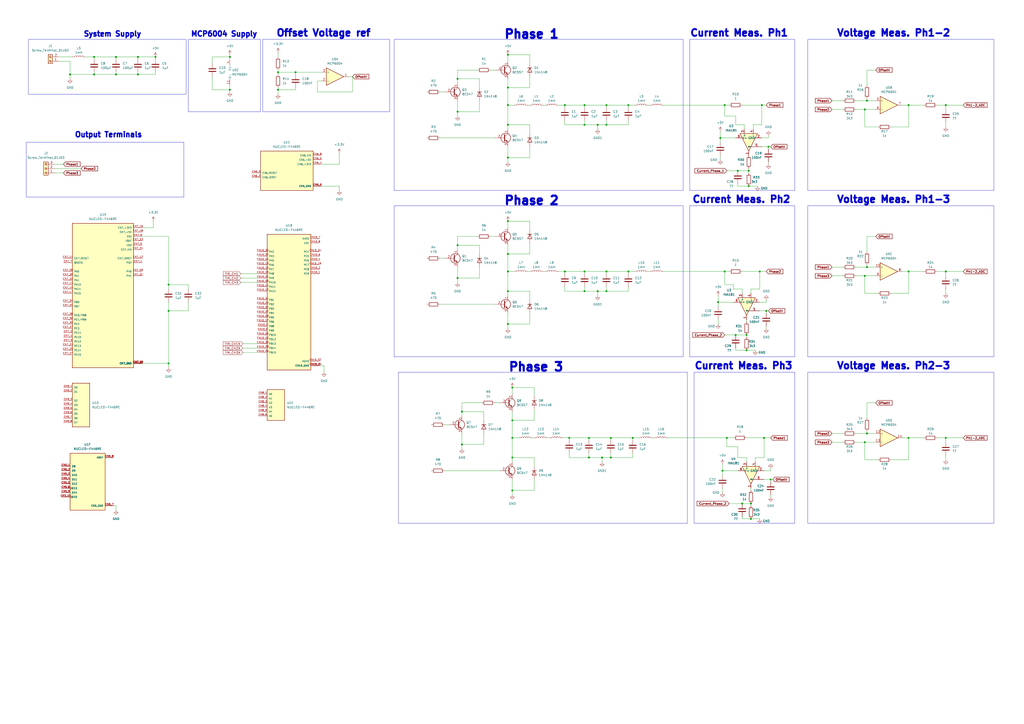
<source format=kicad_sch>
(kicad_sch (version 20230121) (generator eeschema)
  (paper "A2")
  (lib_symbols
    (symbol "Amplifier_Current:INA181" (pin_names (offset 0.127))
      (property "Reference" "U" (at 3.81 3.81 0))
      (property "Value" "INA181" (at 3.81 -2.54 0))
      (symbol "INA181_1_1"
        (pin output line (at 7.62 0 180) (length 2.54) (name "~") (number "1"))
        (pin power_in line (at -2.54 -7.62 90) (length 3.81) (name "GND") (number "2"))
        (pin input line (at -7.62 2.54 0) (length 2.54) (name "+") (number "3"))
        (pin input line (at -7.62 -2.54 0) (length 2.54) (name "-") (number "4"))
        (pin input line (at 2.54 -7.62 90) (length 6.35) (name "REF") (number "5"))
        (pin power_in line (at -2.54 7.62 270) (length 3.81) (name "V+") (number "6"))
      )
    )
    (symbol "Amplifier_Operational:MCP6004" (pin_names (offset 0.127))
      (property "Reference" "U" (at 0 5.08 0))
      (property "Value" "MCP6004" (at 0 -5.08 0))
      (symbol "MCP6004_1_1"
        (pin output line (at 7.62 0 180) (length 2.54) (name "~") (number "1"))
        (pin input line (at -7.62 -2.54 0) (length 2.54) (name "-") (number "2"))
        (pin input line (at -7.62 2.54 0) (length 2.54) (name "+") (number "3"))
      )
      (symbol "MCP6004_2_1"
        (pin input line (at -7.62 2.54 0) (length 2.54) (name "+") (number "5"))
        (pin input line (at -7.62 -2.54 0) (length 2.54) (name "-") (number "6"))
        (pin output line (at 7.62 0 180) (length 2.54) (name "~") (number "7"))
      )
      (symbol "MCP6004_3_1"
        (pin input line (at -7.62 2.54 0) (length 2.54) (name "+") (number "10"))
        (pin output line (at 7.62 0 180) (length 2.54) (name "~") (number "8"))
        (pin input line (at -7.62 -2.54 0) (length 2.54) (name "-") (number "9"))
      )
      (symbol "MCP6004_4_1"
        (pin input line (at -7.62 2.54 0) (length 2.54) (name "+") (number "12"))
        (pin input line (at -7.62 -2.54 0) (length 2.54) (name "-") (number "13"))
        (pin output line (at 7.62 0 180) (length 2.54) (name "~") (number "14"))
      )
      (symbol "MCP6004_5_1"
        (pin power_in line (at -2.54 -7.62 90) (length 3.81) (name "V-") (number "11"))
        (pin power_in line (at -2.54 7.62 270) (length 3.81) (name "V+") (number "4"))
      )
    )
    (symbol "Connector:Screw_Terminal_01x02" (pin_names (offset 1.016) hide)
      (property "Reference" "J" (at 0 2.54 0))
      (property "Value" "Screw_Terminal_01x02" (at 0 -5.08 0))
      (symbol "Screw_Terminal_01x02_1_1"
        (pin passive line (at -5.08 0 0) (length 3.81) (name "Pin_1") (number "1"))
        (pin passive line (at -5.08 -2.54 0) (length 3.81) (name "Pin_2") (number "2"))
      )
    )
    (symbol "Connector:Screw_Terminal_01x03" (pin_names (offset 1.016) hide)
      (property "Reference" "J" (at 0 5.08 0))
      (property "Value" "Screw_Terminal_01x03" (at 0 -5.08 0))
      (symbol "Screw_Terminal_01x03_1_1"
        (pin passive line (at -5.08 2.54 0) (length 3.81) (name "Pin_1") (number "1"))
        (pin passive line (at -5.08 0 0) (length 3.81) (name "Pin_2") (number "2"))
        (pin passive line (at -5.08 -2.54 0) (length 3.81) (name "Pin_3") (number "3"))
      )
    )
    (symbol "Device:C" (pin_numbers hide) (pin_names (offset 0.254))
      (property "Reference" "C" (at 0.635 2.54 0))
      (property "Value" "C" (at 0.635 -2.54 0))
      (symbol "C_1_1"
        (pin passive line (at 0 3.81 270) (length 2.794) (name "~") (number "1"))
        (pin passive line (at 0 -3.81 90) (length 2.794) (name "~") (number "2"))
      )
    )
    (symbol "Device:L" (pin_numbers hide) (pin_names (offset 1.016) hide)
      (property "Reference" "L" (at -1.27 0 90))
      (property "Value" "L" (at 1.905 0 90))
      (symbol "L_1_1"
        (pin passive line (at 0 3.81 270) (length 1.27) (name "1") (number "1"))
        (pin passive line (at 0 -3.81 90) (length 1.27) (name "2") (number "2"))
      )
    )
    (symbol "Device:R" (pin_numbers hide) (pin_names (offset 0))
      (property "Reference" "R" (at 2.032 0 90))
      (property "Value" "R" (at 0 0 90))
      (symbol "R_1_1"
        (pin passive line (at 0 3.81 270) (length 1.27) (name "~") (number "1"))
        (pin passive line (at 0 -3.81 90) (length 1.27) (name "~") (number "2"))
      )
    )
    (symbol "Diode:1N4148" (pin_numbers hide) (pin_names hide)
      (property "Reference" "D" (at 0 2.54 0))
      (property "Value" "1N4148" (at 0 -2.54 0))
      (symbol "1N4148_1_1"
        (pin passive line (at -3.81 0 0) (length 2.54) (name "K") (number "1"))
        (pin passive line (at 3.81 0 180) (length 2.54) (name "A") (number "2"))
      )
    )
    (symbol "NUCLEO-F446RE:NUCLEO-F446RE" (pin_names (offset 1.016))
      (property "Reference" "U" (at -17.78 41.91 0))
      (property "Value" "NUCLEO-F446RE" (at -17.78 -44.45 0))
      (symbol "NUCLEO-F446RE_1_0"
        (pin bidirectional line (at -22.86 -25.4 0) (length 5.08) (name "PC10") (number "CN7_1"))
        (pin bidirectional line (at 22.86 20.32 180) (length 5.08) (name "CN7_IOREF") (number "CN7_12"))
        (pin bidirectional line (at -22.86 5.08 0) (length 5.08) (name "PA13") (number "CN7_13"))
        (pin bidirectional line (at -22.86 20.32 0) (length 5.08) (name "CN7_RESET") (number "CN7_14"))
        (pin bidirectional line (at -22.86 2.54 0) (length 5.08) (name "PA14") (number "CN7_15"))
        (pin power_in line (at 22.86 38.1 180) (length 5.08) (name "CN7_+3V3") (number "CN7_16"))
        (pin bidirectional line (at -22.86 0 0) (length 5.08) (name "PA15") (number "CN7_17"))
        (pin power_in line (at 22.86 35.56 180) (length 5.08) (name "CN7_+5V") (number "CN7_18"))
        (pin power_in line (at 22.86 -40.64 180) (length 5.08) (name "CN7_GND") (number "CN7_19"))
        (pin bidirectional line (at -22.86 -22.86 0) (length 5.08) (name "PC11") (number "CN7_2"))
        (pin power_in line (at 22.86 -40.64 180) (length 5.08) (name "CN7_GND") (number "CN7_20"))
        (pin bidirectional line (at -22.86 -7.62 0) (length 5.08) (name "PB7") (number "CN7_21"))
        (pin power_in line (at 22.86 -40.64 180) (length 5.08) (name "CN7_GND") (number "CN7_22"))
        (pin bidirectional line (at -22.86 -30.48 0) (length 5.08) (name "PC13") (number "CN7_23"))
        (pin power_in line (at 22.86 25.4 180) (length 5.08) (name "CN7_VIN") (number "CN7_24"))
        (pin bidirectional line (at -22.86 -33.02 0) (length 5.08) (name "PC14") (number "CN7_25"))
        (pin bidirectional line (at -22.86 -35.56 0) (length 5.08) (name "PC15") (number "CN7_27"))
        (pin bidirectional line (at -22.86 12.7 0) (length 5.08) (name "PA0") (number "CN7_28"))
        (pin bidirectional line (at 22.86 12.7 180) (length 5.08) (name "PH0") (number "CN7_29"))
        (pin bidirectional line (at -22.86 -27.94 0) (length 5.08) (name "PC12") (number "CN7_3"))
        (pin bidirectional line (at -22.86 10.16 0) (length 5.08) (name "PA1") (number "CN7_30"))
        (pin bidirectional line (at 22.86 10.16 180) (length 5.08) (name "PH1") (number "CN7_31"))
        (pin bidirectional line (at -22.86 7.62 0) (length 5.08) (name "PA4") (number "CN7_32"))
        (pin power_in line (at 22.86 30.48 180) (length 5.08) (name "VBAT") (number "CN7_33"))
        (pin bidirectional line (at -22.86 -5.08 0) (length 5.08) (name "PB0") (number "CN7_34"))
        (pin bidirectional line (at -22.86 -17.78 0) (length 5.08) (name "PC2") (number "CN7_35"))
        (pin bidirectional line (at -22.86 -15.24 0) (length 5.08) (name "PC1/PB9") (number "CN7_36"))
        (pin bidirectional line (at -22.86 -20.32 0) (length 5.08) (name "PC3") (number "CN7_37"))
        (pin bidirectional line (at -22.86 -12.7 0) (length 5.08) (name "PC0/PB8") (number "CN7_38"))
        (pin bidirectional line (at 22.86 17.78 180) (length 5.08) (name "PD2") (number "CN7_4"))
        (pin power_in line (at 22.86 27.94 180) (length 5.08) (name "VDD") (number "CN7_5"))
        (pin power_in line (at 22.86 33.02 180) (length 5.08) (name "E5V") (number "CN7_6"))
        (pin bidirectional line (at -22.86 17.78 0) (length 5.08) (name "BOOT0") (number "CN7_7"))
        (pin power_in line (at 22.86 -40.64 180) (length 5.08) (name "CN7_GND") (number "CN7_8"))
      )
      (symbol "NUCLEO-F446RE_2_0"
        (pin bidirectional line (at 17.78 15.24 180) (length 5.08) (name "PC9") (number "CN10_1"))
        (pin bidirectional line (at -17.78 22.86 0) (length 5.08) (name "PA5") (number "CN10_11"))
        (pin bidirectional line (at -17.78 5.08 0) (length 5.08) (name "PA12") (number "CN10_12"))
        (pin bidirectional line (at -17.78 20.32 0) (length 5.08) (name "PA6") (number "CN10_13"))
        (pin bidirectional line (at -17.78 7.62 0) (length 5.08) (name "PA11") (number "CN10_14"))
        (pin bidirectional line (at -17.78 17.78 0) (length 5.08) (name "PA7") (number "CN10_15"))
        (pin bidirectional line (at -17.78 -22.86 0) (length 5.08) (name "PB12") (number "CN10_16"))
        (pin bidirectional line (at -17.78 -12.7 0) (length 5.08) (name "PB6") (number "CN10_17"))
        (pin bidirectional line (at 17.78 20.32 180) (length 5.08) (name "PC7") (number "CN10_19"))
        (pin bidirectional line (at 17.78 17.78 180) (length 5.08) (name "PC8") (number "CN10_2"))
        (pin power_in line (at 17.78 -38.1 180) (length 5.08) (name "CN10_GND") (number "CN10_20"))
        (pin bidirectional line (at -17.78 12.7 0) (length 5.08) (name "PA9") (number "CN10_21"))
        (pin bidirectional line (at -17.78 -2.54 0) (length 5.08) (name "PB2") (number "CN10_22"))
        (pin bidirectional line (at -17.78 15.24 0) (length 5.08) (name "PA8") (number "CN10_23"))
        (pin bidirectional line (at -17.78 0 0) (length 5.08) (name "PB1") (number "CN10_24"))
        (pin bidirectional line (at -17.78 -20.32 0) (length 5.08) (name "PB10") (number "CN10_25"))
        (pin bidirectional line (at -17.78 -30.48 0) (length 5.08) (name "PB15") (number "CN10_26"))
        (pin bidirectional line (at -17.78 -7.62 0) (length 5.08) (name "PB4") (number "CN10_27"))
        (pin bidirectional line (at -17.78 -27.94 0) (length 5.08) (name "PB14") (number "CN10_28"))
        (pin bidirectional line (at -17.78 -10.16 0) (length 5.08) (name "PB5") (number "CN10_29"))
        (pin bidirectional line (at -17.78 -15.24 0) (length 5.08) (name "PB8") (number "CN10_3"))
        (pin bidirectional line (at -17.78 -25.4 0) (length 5.08) (name "PB13") (number "CN10_30"))
        (pin bidirectional line (at -17.78 -5.08 0) (length 5.08) (name "PB3") (number "CN10_31"))
        (pin power_in line (at 17.78 -35.56 180) (length 5.08) (name "AGND") (number "CN10_32"))
        (pin bidirectional line (at -17.78 10.16 0) (length 5.08) (name "PA10") (number "CN10_33"))
        (pin bidirectional line (at 17.78 27.94 180) (length 5.08) (name "PC4") (number "CN10_34"))
        (pin bidirectional line (at -17.78 27.94 0) (length 5.08) (name "PA2") (number "CN10_35"))
        (pin bidirectional line (at -17.78 25.4 0) (length 5.08) (name "PA3") (number "CN10_37"))
        (pin bidirectional line (at 17.78 22.86 180) (length 5.08) (name "PC6") (number "CN10_4"))
        (pin bidirectional line (at -17.78 -17.78 0) (length 5.08) (name "PB9") (number "CN10_5"))
        (pin bidirectional line (at 17.78 25.4 180) (length 5.08) (name "PC5") (number "CN10_6"))
        (pin power_in line (at 17.78 35.56 180) (length 5.08) (name "AVDD") (number "CN10_7"))
        (pin power_in line (at 17.78 33.02 180) (length 5.08) (name "U5V") (number "CN10_8"))
        (pin power_in line (at 17.78 -38.1 180) (length 5.08) (name "CN10_GND") (number "CN10_9"))
      )
      (symbol "NUCLEO-F446RE_3_0"
        (pin bidirectional line (at -20.32 -5.08 0) (length 5.08) (name "CN6_IOREF") (number "CN6_2"))
        (pin bidirectional line (at -20.32 -2.54 0) (length 5.08) (name "CN6_RESET") (number "CN6_3"))
        (pin power_in line (at 20.32 2.54 180) (length 5.08) (name "CN6_+3V3") (number "CN6_4"))
        (pin power_in line (at 20.32 5.08 180) (length 5.08) (name "CN6_+5V") (number "CN6_5"))
        (pin power_in line (at 20.32 -10.16 180) (length 5.08) (name "CN6_GND") (number "CN6_6"))
        (pin power_in line (at 20.32 -10.16 180) (length 5.08) (name "CN6_GND") (number "CN6_7"))
        (pin power_in line (at 20.32 7.62 180) (length 5.08) (name "CN6_VIN") (number "CN6_8"))
      )
      (symbol "NUCLEO-F446RE_4_0"
        (pin input line (at -10.16 10.16 0) (length 5.08) (name "D0") (number "CN9_1"))
        (pin output line (at -10.16 7.62 0) (length 5.08) (name "D1") (number "CN9_2"))
        (pin bidirectional line (at -10.16 2.54 0) (length 5.08) (name "D2") (number "CN9_3"))
        (pin bidirectional line (at -10.16 0 0) (length 5.08) (name "D3") (number "CN9_4"))
        (pin bidirectional line (at -10.16 -2.54 0) (length 5.08) (name "D4") (number "CN9_5"))
        (pin bidirectional line (at -10.16 -5.08 0) (length 5.08) (name "D5") (number "CN9_6"))
        (pin bidirectional line (at -10.16 -7.62 0) (length 5.08) (name "D6") (number "CN9_7"))
        (pin bidirectional line (at -10.16 -10.16 0) (length 5.08) (name "D7") (number "CN9_8"))
      )
      (symbol "NUCLEO-F446RE_5_0"
        (pin input line (at -10.16 5.08 0) (length 5.08) (name "A0") (number "CN8_1"))
        (pin input line (at -10.16 2.54 0) (length 5.08) (name "A1") (number "CN8_2"))
        (pin input line (at -10.16 0 0) (length 5.08) (name "A2") (number "CN8_3"))
        (pin input line (at -10.16 -2.54 0) (length 5.08) (name "A3") (number "CN8_4"))
        (pin input line (at -10.16 -5.08 0) (length 5.08) (name "A4") (number "CN8_5"))
        (pin input line (at -10.16 -7.62 0) (length 5.08) (name "A5") (number "CN8_6"))
      )
      (symbol "NUCLEO-F446RE_6_0"
        (pin bidirectional line (at -15.24 7.62 0) (length 5.08) (name "D8") (number "CN5_1"))
        (pin bidirectional clock (at -15.24 -10.16 0) (length 5.08) (name "D15") (number "CN5_10"))
        (pin bidirectional line (at -15.24 5.08 0) (length 5.08) (name "D9") (number "CN5_2"))
        (pin bidirectional line (at -15.24 2.54 0) (length 5.08) (name "D10") (number "CN5_3"))
        (pin bidirectional line (at -15.24 0 0) (length 5.08) (name "D11") (number "CN5_4"))
        (pin bidirectional line (at -15.24 -2.54 0) (length 5.08) (name "D12") (number "CN5_5"))
        (pin bidirectional clock (at -15.24 -5.08 0) (length 5.08) (name "D13") (number "CN5_6"))
        (pin power_in line (at 15.24 -15.24 180) (length 5.08) (name "CN5_GND") (number "CN5_7"))
        (pin power_in line (at 15.24 12.7 180) (length 5.08) (name "AREF") (number "CN5_8"))
        (pin bidirectional line (at -15.24 -7.62 0) (length 5.08) (name "D14") (number "CN5_9"))
      )
    )
    (symbol "Transistor_BJT:BC547" (pin_names (offset 0) hide)
      (property "Reference" "Q" (at 5.08 1.905 0))
      (property "Value" "BC547" (at 5.08 0 0))
      (symbol "BC547_1_1"
        (pin passive line (at 2.54 5.08 270) (length 2.54) (name "C") (number "1"))
        (pin input line (at -5.08 0 0) (length 5.08) (name "B") (number "2"))
        (pin passive line (at 2.54 -5.08 90) (length 2.54) (name "E") (number "3"))
      )
    )
    (symbol "Transistor_BJT:BC557" (pin_names (offset 0) hide)
      (property "Reference" "Q" (at 5.08 1.905 0))
      (property "Value" "BC557" (at 5.08 0 0))
      (symbol "BC557_1_1"
        (pin passive line (at 2.54 5.08 270) (length 2.54) (name "C") (number "1"))
        (pin input line (at -5.08 0 0) (length 5.715) (name "B") (number "2"))
        (pin passive line (at 2.54 -5.08 90) (length 2.54) (name "E") (number "3"))
      )
    )
    (symbol "power:+3.3V" (power) (pin_names (offset 0))
      (property "Value" "+3.3V" (at 0 3.556 0))
      (symbol "+3.3V_1_1"
        (pin power_in line (at 0 0 90) (length 0) hide (name "+3.3V") (number "1"))
      )
    )
    (symbol "power:+5V" (power) (pin_names (offset 0))
      (property "Value" "+5V" (at 0 3.556 0))
      (symbol "+5V_1_1"
        (pin power_in line (at 0 0 90) (length 0) hide (name "+5V") (number "1"))
      )
    )
    (symbol "power:GND" (power) (pin_names (offset 0))
      (property "Value" "GND" (at 0 -3.81 0))
      (symbol "GND_1_1"
        (pin power_in line (at 0 0 270) (length 0) hide (name "GND") (number "1"))
      )
    )
    (symbol "power:GND1" (power) (pin_names (offset 0))
      (property "Value" "GND1" (at 0 -3.81 0))
      (symbol "GND1_1_1"
        (pin power_in line (at 0 0 270) (length 0) hide (name "GND1") (number "1"))
      )
    )
  )
  (junction (at 97.79 165.1))
  (junction (at 161.29 52.07))
  (junction (at 435.61 300.99))
  (junction (at 161.29 41.91))
  (junction (at 327.66 157.48))
  (junction (at 351.79 168.91))
  (junction (at 294.64 60.96))
  (junction (at 351.79 60.96))
  (junction (at 54.61 43.18))
  (junction (at 294.64 128.27))
  (junction (at 346.71 72.39))
  (junction (at 349.25 265.43))
  (junction (at 548.64 60.96))
  (junction (at 548.64 254))
  (junction (at 297.18 265.43))
  (junction (at 294.64 187.96))
  (junction (at 339.09 157.48))
  (junction (at 364.49 157.48))
  (junction (at 54.61 33.02))
  (junction (at 97.79 180.34))
  (junction (at 341.63 254))
  (junction (at 40.64 43.18))
  (junction (at 502.92 154.94))
  (junction (at 90.17 33.02))
  (junction (at 440.69 157.48))
  (junction (at 294.64 91.44))
  (junction (at 294.64 50.8))
  (junction (at 420.37 60.96))
  (junction (at 443.23 254))
  (junction (at 294.64 31.75))
  (junction (at 67.31 43.18))
  (junction (at 80.01 43.18))
  (junction (at 434.34 99.06))
  (junction (at 341.63 265.43))
  (junction (at 501.65 256.54))
  (junction (at 267.97 238.76))
  (junction (at 171.45 41.91))
  (junction (at 421.64 254))
  (junction (at 339.09 168.91))
  (junction (at 297.18 254))
  (junction (at 265.43 161.29))
  (junction (at 364.49 60.96))
  (junction (at 501.65 63.5))
  (junction (at 339.09 72.39))
  (junction (at 294.64 72.39))
  (junction (at 330.2 254))
  (junction (at 133.35 33.02))
  (junction (at 265.43 64.77))
  (junction (at 294.64 147.32))
  (junction (at 444.5 180.34))
  (junction (at 435.61 292.1))
  (junction (at 434.34 107.95))
  (junction (at 351.79 157.48))
  (junction (at 265.43 45.72))
  (junction (at 445.77 85.09))
  (junction (at 367.03 254))
  (junction (at 420.37 157.48))
  (junction (at 327.66 60.96))
  (junction (at 416.56 175.26))
  (junction (at 433.07 203.2))
  (junction (at 447.04 278.13))
  (junction (at 294.64 168.91))
  (junction (at 351.79 72.39))
  (junction (at 419.1 273.05))
  (junction (at 433.07 194.31))
  (junction (at 133.35 52.07))
  (junction (at 502.92 58.42))
  (junction (at 501.65 160.02))
  (junction (at 297.18 243.84))
  (junction (at 417.83 80.01))
  (junction (at 294.64 157.48))
  (junction (at 427.99 99.06))
  (junction (at 430.53 292.1))
  (junction (at 527.05 254))
  (junction (at 265.43 142.24))
  (junction (at 97.79 210.82))
  (junction (at 527.05 60.96))
  (junction (at 527.05 157.48))
  (junction (at 502.92 251.46))
  (junction (at 80.01 33.02))
  (junction (at 297.18 224.79))
  (junction (at 548.64 157.48))
  (junction (at 441.96 60.96))
  (junction (at 297.18 284.48))
  (junction (at 339.09 60.96))
  (junction (at 67.31 33.02))
  (junction (at 346.71 168.91))
  (junction (at 354.33 254))
  (junction (at 354.33 265.43))
  (junction (at 426.72 194.31))
  (junction (at 267.97 257.81))
  (wire (pts (xy 426.72 194.31) (xy 433.07 194.31)))
  (wire (pts (xy 196.85 95.25) (xy 186.69 95.25)))
  (wire (pts (xy 433.07 267.97) (xy 433.07 265.43)))
  (wire (pts (xy 447.04 85.09) (xy 445.77 85.09)))
  (wire (pts (xy 133.35 52.07) (xy 133.35 53.34)))
  (wire (pts (xy 416.56 175.26) (xy 416.56 177.8)))
  (wire (pts (xy 430.53 300.99) (xy 435.61 300.99)))
  (wire (pts (xy 430.53 292.1) (xy 422.91 292.1)))
  (wire (pts (xy 445.77 180.34) (xy 444.5 180.34)))
  (wire (pts (xy 40.64 35.56) (xy 40.64 43.18)))
  (wire (pts (xy 133.35 52.07) (xy 123.19 52.07)))
  (wire (pts (xy 309.88 224.79) (xy 297.18 224.79)))
  (wire (pts (xy 354.33 262.89) (xy 354.33 265.43)))
  (wire (pts (xy 140.97 199.39) (xy 149.86 199.39)))
  (wire (pts (xy 327.66 60.96) (xy 327.66 62.23)))
  (wire (pts (xy 496.57 251.46) (xy 502.92 251.46)))
  (wire (pts (xy 435.61 167.64) (xy 440.69 167.64)))
  (wire (pts (xy 548.64 254) (xy 548.64 256.54)))
  (wire (pts (xy 306.07 157.48) (xy 307.34 157.48)))
  (wire (pts (xy 434.34 107.95) (xy 439.42 107.95)))
  (wire (pts (xy 109.22 167.64) (xy 109.22 165.1)))
  (wire (pts (xy 54.61 41.91) (xy 54.61 43.18)))
  (wire (pts (xy 323.85 157.48) (xy 327.66 157.48)))
  (wire (pts (xy 54.61 43.18) (xy 67.31 43.18)))
  (wire (pts (xy 201.93 44.45) (xy 204.47 44.45)))
  (wire (pts (xy 502.92 154.94) (xy 508 154.94)))
  (wire (pts (xy 309.88 243.84) (xy 297.18 243.84)))
  (wire (pts (xy 427.99 99.06) (xy 421.64 99.06)))
  (wire (pts (xy 278.13 161.29) (xy 265.43 161.29)))
  (wire (pts (xy 297.18 243.84) (xy 297.18 254)))
  (wire (pts (xy 278.13 154.94) (xy 278.13 161.29)))
  (wire (pts (xy 441.96 60.96) (xy 444.5 60.96)))
  (wire (pts (xy 255.27 53.34) (xy 257.81 53.34)))
  (wire (pts (xy 278.13 147.32) (xy 278.13 142.24)))
  (wire (pts (xy 417.83 80.01) (xy 426.72 80.01)))
  (wire (pts (xy 351.79 168.91) (xy 346.71 168.91)))
  (wire (pts (xy 161.29 41.91) (xy 171.45 41.91)))
  (wire (pts (xy 306.07 60.96) (xy 307.34 60.96)))
  (wire (pts (xy 387.35 254) (xy 421.64 254)))
  (wire (pts (xy 543.56 254) (xy 548.64 254)))
  (wire (pts (xy 440.69 167.64) (xy 440.69 157.48)))
  (wire (pts (xy 133.35 33.02) (xy 133.35 34.29)))
  (wire (pts (xy 279.4 233.68) (xy 267.97 233.68)))
  (wire (pts (xy 341.63 254) (xy 341.63 255.27)))
  (wire (pts (xy 97.79 210.82) (xy 97.79 213.36)))
  (wire (pts (xy 351.79 72.39) (xy 346.71 72.39)))
  (wire (pts (xy 435.61 292.1) (xy 430.53 292.1)))
  (wire (pts (xy 123.19 44.45) (xy 123.19 52.07)))
  (wire (pts (xy 54.61 43.18) (xy 40.64 43.18)))
  (wire (pts (xy 265.43 161.29) (xy 265.43 163.83)))
  (wire (pts (xy 67.31 293.37) (xy 66.04 293.37)))
  (wire (pts (xy 482.6 154.94) (xy 488.95 154.94)))
  (wire (pts (xy 280.67 243.84) (xy 280.67 238.76)))
  (wire (pts (xy 431.8 72.39) (xy 426.72 72.39)))
  (wire (pts (xy 278.13 50.8) (xy 278.13 45.72)))
  (wire (pts (xy 257.81 273.05) (xy 289.56 273.05)))
  (wire (pts (xy 433.07 254) (xy 443.23 254)))
  (wire (pts (xy 97.79 137.16) (xy 97.79 165.1)))
  (wire (pts (xy 425.45 167.64) (xy 425.45 165.1)))
  (wire (pts (xy 516.89 73.66) (xy 527.05 73.66)))
  (wire (pts (xy 502.92 40.64) (xy 502.92 49.53)))
  (wire (pts (xy 31.75 100.33) (xy 36.83 100.33)))
  (wire (pts (xy 294.64 50.8) (xy 294.64 60.96)))
  (wire (pts (xy 297.18 284.48) (xy 297.18 287.02)))
  (wire (pts (xy 444.5 189.23) (xy 444.5 190.5)))
  (wire (pts (xy 364.49 72.39) (xy 351.79 72.39)))
  (wire (pts (xy 435.61 292.1) (xy 435.61 293.37)))
  (wire (pts (xy 276.86 137.16) (xy 265.43 137.16)))
  (wire (pts (xy 445.77 85.09) (xy 445.77 86.36)))
  (wire (pts (xy 307.34 181.61) (xy 307.34 187.96)))
  (wire (pts (xy 196.85 110.49) (xy 196.85 107.95)))
  (wire (pts (xy 509.27 266.7) (xy 501.65 266.7)))
  (wire (pts (xy 297.18 238.76) (xy 297.18 243.84)))
  (wire (pts (xy 307.34 31.75) (xy 294.64 31.75)))
  (wire (pts (xy 417.83 90.17) (xy 417.83 92.71)))
  (wire (pts (xy 327.66 168.91) (xy 339.09 168.91)))
  (wire (pts (xy 351.79 69.85) (xy 351.79 72.39)))
  (wire (pts (xy 496.57 63.5) (xy 501.65 63.5)))
  (wire (pts (xy 527.05 60.96) (xy 535.94 60.96)))
  (wire (pts (xy 278.13 58.42) (xy 278.13 64.77)))
  (wire (pts (xy 139.7 161.29) (xy 149.86 161.29)))
  (wire (pts (xy 97.79 180.34) (xy 109.22 180.34)))
  (wire (pts (xy 255.27 80.01) (xy 287.02 80.01)))
  (wire (pts (xy 527.05 157.48) (xy 535.94 157.48)))
  (wire (pts (xy 341.63 254) (xy 354.33 254)))
  (wire (pts (xy 351.79 157.48) (xy 364.49 157.48)))
  (wire (pts (xy 307.34 168.91) (xy 294.64 168.91)))
  (wire (pts (xy 501.65 256.54) (xy 501.65 266.7)))
  (wire (pts (xy 327.66 72.39) (xy 339.09 72.39)))
  (wire (pts (xy 330.2 265.43) (xy 341.63 265.43)))
  (wire (pts (xy 444.5 180.34) (xy 444.5 181.61)))
  (wire (pts (xy 444.5 175.26) (xy 440.69 175.26)))
  (wire (pts (xy 307.34 50.8) (xy 294.64 50.8)))
  (wire (pts (xy 140.97 201.93) (xy 149.86 201.93)))
  (wire (pts (xy 265.43 40.64) (xy 265.43 45.72)))
  (wire (pts (xy 171.45 50.8) (xy 171.45 52.07)))
  (wire (pts (xy 280.67 257.81) (xy 267.97 257.81)))
  (wire (pts (xy 109.22 175.26) (xy 109.22 180.34)))
  (wire (pts (xy 509.27 73.66) (xy 501.65 73.66)))
  (wire (pts (xy 67.31 43.18) (xy 80.01 43.18)))
  (wire (pts (xy 171.45 41.91) (xy 186.69 41.91)))
  (wire (pts (xy 171.45 41.91) (xy 171.45 43.18)))
  (wire (pts (xy 309.88 265.43) (xy 297.18 265.43)))
  (wire (pts (xy 548.64 60.96) (xy 558.8 60.96)))
  (wire (pts (xy 364.49 60.96) (xy 364.49 62.23)))
  (wire (pts (xy 523.24 157.48) (xy 527.05 157.48)))
  (wire (pts (xy 419.1 273.05) (xy 427.99 273.05)))
  (wire (pts (xy 502.92 58.42) (xy 502.92 57.15)))
  (wire (pts (xy 417.83 76.2) (xy 417.83 80.01)))
  (wire (pts (xy 416.56 175.26) (xy 425.45 175.26)))
  (wire (pts (xy 139.7 158.75) (xy 149.86 158.75)))
  (wire (pts (xy 284.48 137.16) (xy 287.02 137.16)))
  (wire (pts (xy 196.85 88.9) (xy 196.85 95.25)))
  (wire (pts (xy 265.43 58.42) (xy 265.43 64.77)))
  (wire (pts (xy 427.99 99.06) (xy 434.34 99.06)))
  (wire (pts (xy 516.89 170.18) (xy 527.05 170.18)))
  (wire (pts (xy 436.88 74.93) (xy 436.88 72.39)))
  (wire (pts (xy 307.34 173.99) (xy 307.34 168.91)))
  (wire (pts (xy 294.64 72.39) (xy 294.64 74.93)))
  (wire (pts (xy 187.96 215.9) (xy 187.96 212.09)))
  (wire (pts (xy 364.49 166.37) (xy 364.49 168.91)))
  (wire (pts (xy 482.6 256.54) (xy 488.95 256.54)))
  (wire (pts (xy 309.88 278.13) (xy 309.88 284.48)))
  (wire (pts (xy 82.55 132.08) (xy 88.9 132.08)))
  (wire (pts (xy 327.66 69.85) (xy 327.66 72.39)))
  (wire (pts (xy 97.79 175.26) (xy 97.79 180.34)))
  (wire (pts (xy 123.19 33.02) (xy 133.35 33.02)))
  (wire (pts (xy 364.49 157.48) (xy 364.49 158.75)))
  (wire (pts (xy 294.64 168.91) (xy 294.64 171.45)))
  (wire (pts (xy 314.96 60.96) (xy 316.23 60.96)))
  (wire (pts (xy 508 233.68) (xy 502.92 233.68)))
  (wire (pts (xy 416.56 185.42) (xy 416.56 187.96)))
  (wire (pts (xy 161.29 41.91) (xy 161.29 43.18)))
  (wire (pts (xy 443.23 254) (xy 447.04 254)))
  (wire (pts (xy 496.57 58.42) (xy 502.92 58.42)))
  (wire (pts (xy 417.83 80.01) (xy 417.83 82.55)))
  (wire (pts (xy 482.6 63.5) (xy 488.95 63.5)))
  (wire (pts (xy 297.18 254) (xy 297.18 265.43)))
  (wire (pts (xy 426.72 203.2) (xy 433.07 203.2)))
  (wire (pts (xy 523.24 254) (xy 527.05 254)))
  (wire (pts (xy 49.53 33.02) (xy 54.61 33.02)))
  (wire (pts (xy 367.03 265.43) (xy 354.33 265.43)))
  (wire (pts (xy 265.43 154.94) (xy 265.43 161.29)))
  (wire (pts (xy 54.61 33.02) (xy 67.31 33.02)))
  (wire (pts (xy 267.97 238.76) (xy 267.97 241.3)))
  (wire (pts (xy 354.33 254) (xy 367.03 254)))
  (wire (pts (xy 317.5 254) (xy 318.77 254)))
  (wire (pts (xy 435.61 300.99) (xy 440.69 300.99)))
  (wire (pts (xy 34.29 35.56) (xy 40.64 35.56)))
  (wire (pts (xy 307.34 147.32) (xy 294.64 147.32)))
  (wire (pts (xy 294.64 85.09) (xy 294.64 91.44)))
  (wire (pts (xy 327.66 166.37) (xy 327.66 168.91)))
  (wire (pts (xy 327.66 157.48) (xy 339.09 157.48)))
  (wire (pts (xy 430.53 60.96) (xy 441.96 60.96)))
  (wire (pts (xy 427.99 259.08) (xy 421.64 259.08)))
  (wire (pts (xy 427.99 265.43) (xy 427.99 259.08)))
  (wire (pts (xy 330.2 254) (xy 341.63 254)))
  (wire (pts (xy 436.88 72.39) (xy 441.96 72.39)))
  (wire (pts (xy 307.34 133.35) (xy 307.34 128.27)))
  (wire (pts (xy 364.49 69.85) (xy 364.49 72.39)))
  (wire (pts (xy 508 137.16) (xy 502.92 137.16)))
  (wire (pts (xy 204.47 44.45) (xy 204.47 53.34)))
  (wire (pts (xy 548.64 254) (xy 558.8 254)))
  (wire (pts (xy 309.88 284.48) (xy 297.18 284.48)))
  (wire (pts (xy 501.65 63.5) (xy 508 63.5)))
  (wire (pts (xy 80.01 41.91) (xy 80.01 43.18)))
  (wire (pts (xy 294.64 60.96) (xy 298.45 60.96)))
  (wire (pts (xy 430.53 167.64) (xy 425.45 167.64)))
  (wire (pts (xy 31.75 95.25) (xy 36.83 95.25)))
  (wire (pts (xy 548.64 167.64) (xy 548.64 170.18)))
  (wire (pts (xy 444.5 180.34) (xy 440.69 180.34)))
  (wire (pts (xy 430.53 170.18) (xy 430.53 167.64)))
  (wire (pts (xy 307.34 187.96) (xy 294.64 187.96)))
  (wire (pts (xy 445.77 85.09) (xy 441.96 85.09)))
  (wire (pts (xy 184.15 53.34) (xy 184.15 46.99)))
  (wire (pts (xy 280.67 238.76) (xy 267.97 238.76)))
  (wire (pts (xy 445.77 80.01) (xy 441.96 80.01)))
  (wire (pts (xy 297.18 254) (xy 300.99 254)))
  (wire (pts (xy 82.55 137.16) (xy 97.79 137.16)))
  (wire (pts (xy 67.31 295.91) (xy 67.31 293.37)))
  (wire (pts (xy 548.64 60.96) (xy 548.64 63.5)))
  (wire (pts (xy 496.57 154.94) (xy 502.92 154.94)))
  (wire (pts (xy 294.64 187.96) (xy 294.64 190.5)))
  (wire (pts (xy 435.61 170.18) (xy 435.61 167.64)))
  (wire (pts (xy 516.89 266.7) (xy 527.05 266.7)))
  (wire (pts (xy 267.97 257.81) (xy 267.97 260.35)))
  (wire (pts (xy 133.35 31.75) (xy 133.35 33.02)))
  (wire (pts (xy 351.79 60.96) (xy 364.49 60.96)))
  (wire (pts (xy 67.31 33.02) (xy 80.01 33.02)))
  (wire (pts (xy 438.15 267.97) (xy 438.15 265.43)))
  (wire (pts (xy 171.45 52.07) (xy 161.29 52.07)))
  (wire (pts (xy 307.34 36.83) (xy 307.34 31.75)))
  (wire (pts (xy 482.6 58.42) (xy 488.95 58.42)))
  (wire (pts (xy 140.97 204.47) (xy 149.86 204.47)))
  (wire (pts (xy 294.64 128.27) (xy 294.64 132.08)))
  (wire (pts (xy 354.33 254) (xy 354.33 255.27)))
  (wire (pts (xy 265.43 45.72) (xy 265.43 48.26)))
  (wire (pts (xy 294.64 45.72) (xy 294.64 50.8)))
  (wire (pts (xy 438.15 265.43) (xy 443.23 265.43)))
  (wire (pts (xy 257.81 246.38) (xy 260.35 246.38)))
  (wire (pts (xy 375.92 157.48) (xy 377.19 157.48)))
  (wire (pts (xy 433.07 265.43) (xy 427.99 265.43)))
  (wire (pts (xy 294.64 31.75) (xy 294.64 35.56)))
  (wire (pts (xy 67.31 41.91) (xy 67.31 43.18)))
  (wire (pts (xy 426.72 72.39) (xy 426.72 67.31)))
  (wire (pts (xy 378.46 254) (xy 379.73 254)))
  (wire (pts (xy 80.01 33.02) (xy 90.17 33.02)))
  (wire (pts (xy 501.65 63.5) (xy 501.65 73.66)))
  (wire (pts (xy 427.99 107.95) (xy 434.34 107.95)))
  (wire (pts (xy 97.79 180.34) (xy 97.79 210.82)))
  (wire (pts (xy 294.64 157.48) (xy 294.64 168.91)))
  (wire (pts (xy 97.79 165.1) (xy 109.22 165.1)))
  (wire (pts (xy 419.1 269.24) (xy 419.1 273.05)))
  (wire (pts (xy 548.64 157.48) (xy 548.64 160.02)))
  (wire (pts (xy 80.01 33.02) (xy 80.01 34.29)))
  (wire (pts (xy 341.63 265.43) (xy 349.25 265.43)))
  (wire (pts (xy 187.96 212.09) (xy 185.42 212.09)))
  (wire (pts (xy 349.25 265.43) (xy 349.25 267.97)))
  (wire (pts (xy 420.37 60.96) (xy 422.91 60.96)))
  (wire (pts (xy 294.64 147.32) (xy 294.64 157.48)))
  (wire (pts (xy 314.96 157.48) (xy 316.23 157.48)))
  (wire (pts (xy 307.34 44.45) (xy 307.34 50.8)))
  (wire (pts (xy 548.64 157.48) (xy 558.8 157.48)))
  (wire (pts (xy 548.64 71.12) (xy 548.64 73.66)))
  (wire (pts (xy 430.53 299.72) (xy 430.53 300.99)))
  (wire (pts (xy 501.65 160.02) (xy 508 160.02)))
  (wire (pts (xy 426.72 67.31) (xy 420.37 67.31)))
  (wire (pts (xy 419.1 273.05) (xy 419.1 275.59)))
  (wire (pts (xy 445.77 93.98) (xy 445.77 95.25)))
  (wire (pts (xy 31.75 97.79) (xy 46.99 97.79)))
  (wire (pts (xy 255.27 176.53) (xy 287.02 176.53)))
  (wire (pts (xy 339.09 168.91) (xy 346.71 168.91)))
  (wire (pts (xy 123.19 36.83) (xy 123.19 33.02)))
  (wire (pts (xy 161.29 30.48) (xy 161.29 33.02)))
  (wire (pts (xy 161.29 52.07) (xy 161.29 54.61)))
  (wire (pts (xy 496.57 256.54) (xy 501.65 256.54)))
  (wire (pts (xy 527.05 254) (xy 527.05 266.7)))
  (wire (pts (xy 294.64 142.24) (xy 294.64 147.32)))
  (wire (pts (xy 267.97 251.46) (xy 267.97 257.81)))
  (wire (pts (xy 326.39 254) (xy 330.2 254)))
  (wire (pts (xy 265.43 137.16) (xy 265.43 142.24)))
  (wire (pts (xy 441.96 60.96) (xy 441.96 72.39)))
  (wire (pts (xy 434.34 99.06) (xy 434.34 100.33)))
  (wire (pts (xy 367.03 262.89) (xy 367.03 265.43)))
  (wire (pts (xy 367.03 254) (xy 367.03 255.27)))
  (wire (pts (xy 307.34 85.09) (xy 307.34 91.44)))
  (wire (pts (xy 496.57 160.02) (xy 501.65 160.02)))
  (wire (pts (xy 444.5 173.99) (xy 444.5 175.26)))
  (wire (pts (xy 196.85 107.95) (xy 186.69 107.95)))
  (wire (pts (xy 294.64 181.61) (xy 294.64 187.96)))
  (wire (pts (xy 278.13 45.72) (xy 265.43 45.72)))
  (wire (pts (xy 354.33 265.43) (xy 349.25 265.43)))
  (wire (pts (xy 339.09 69.85) (xy 339.09 72.39)))
  (wire (pts (xy 509.27 170.18) (xy 501.65 170.18)))
  (wire (pts (xy 330.2 254) (xy 330.2 255.27)))
  (wire (pts (xy 426.72 201.93) (xy 426.72 203.2)))
  (wire (pts (xy 327.66 60.96) (xy 339.09 60.96)))
  (wire (pts (xy 307.34 128.27) (xy 294.64 128.27)))
  (wire (pts (xy 139.7 163.83) (xy 149.86 163.83)))
  (wire (pts (xy 375.92 60.96) (xy 377.19 60.96)))
  (wire (pts (xy 90.17 41.91) (xy 90.17 43.18)))
  (wire (pts (xy 502.92 154.94) (xy 502.92 153.67)))
  (wire (pts (xy 297.18 278.13) (xy 297.18 284.48)))
  (wire (pts (xy 309.88 229.87) (xy 309.88 224.79)))
  (wire (pts (xy 433.07 194.31) (xy 433.07 195.58)))
  (wire (pts (xy 54.61 33.02) (xy 54.61 34.29)))
  (wire (pts (xy 255.27 149.86) (xy 257.81 149.86)))
  (wire (pts (xy 339.09 157.48) (xy 339.09 158.75)))
  (wire (pts (xy 284.48 40.64) (xy 287.02 40.64)))
  (wire (pts (xy 527.05 157.48) (xy 527.05 170.18)))
  (wire (pts (xy 434.34 97.79) (xy 434.34 99.06)))
  (wire (pts (xy 502.92 137.16) (xy 502.92 146.05)))
  (wire (pts (xy 445.77 78.74) (xy 445.77 80.01)))
  (wire (pts (xy 433.07 185.42) (xy 433.07 186.69)))
  (wire (pts (xy 502.92 251.46) (xy 502.92 250.19)))
  (wire (pts (xy 527.05 60.96) (xy 527.05 73.66)))
  (wire (pts (xy 204.47 53.34) (xy 184.15 53.34)))
  (wire (pts (xy 307.34 140.97) (xy 307.34 147.32)))
  (wire (pts (xy 287.02 233.68) (xy 289.56 233.68)))
  (wire (pts (xy 161.29 50.8) (xy 161.29 52.07)))
  (wire (pts (xy 294.64 60.96) (xy 294.64 72.39)))
  (wire (pts (xy 351.79 157.48) (xy 351.79 158.75)))
  (wire (pts (xy 161.29 40.64) (xy 161.29 41.91)))
  (wire (pts (xy 501.65 160.02) (xy 501.65 170.18)))
  (wire (pts (xy 339.09 60.96) (xy 351.79 60.96)))
  (wire (pts (xy 307.34 91.44) (xy 294.64 91.44)))
  (wire (pts (xy 67.31 33.02) (xy 67.31 34.29)))
  (wire (pts (xy 278.13 64.77) (xy 265.43 64.77)))
  (wire (pts (xy 364.49 60.96) (xy 368.3 60.96)))
  (wire (pts (xy 447.04 278.13) (xy 443.23 278.13)))
  (wire (pts (xy 341.63 262.89) (xy 341.63 265.43)))
  (wire (pts (xy 427.99 106.68) (xy 427.99 107.95)))
  (wire (pts (xy 501.65 256.54) (xy 508 256.54)))
  (wire (pts (xy 330.2 262.89) (xy 330.2 265.43)))
  (wire (pts (xy 351.79 166.37) (xy 351.79 168.91)))
  (wire (pts (xy 294.64 91.44) (xy 294.64 93.98)))
  (wire (pts (xy 502.92 58.42) (xy 508 58.42)))
  (wire (pts (xy 447.04 278.13) (xy 447.04 279.4)))
  (wire (pts (xy 433.07 203.2) (xy 438.15 203.2)))
  (wire (pts (xy 447.04 287.02) (xy 447.04 288.29)))
  (wire (pts (xy 364.49 168.91) (xy 351.79 168.91)))
  (wire (pts (xy 435.61 283.21) (xy 435.61 284.48)))
  (wire (pts (xy 297.18 224.79) (xy 297.18 228.6)))
  (wire (pts (xy 431.8 74.93) (xy 431.8 72.39)))
  (wire (pts (xy 543.56 157.48) (xy 548.64 157.48)))
  (wire (pts (xy 421.64 254) (xy 425.45 254)))
  (wire (pts (xy 502.92 251.46) (xy 508 251.46)))
  (wire (pts (xy 267.97 233.68) (xy 267.97 238.76)))
  (wire (pts (xy 339.09 157.48) (xy 351.79 157.48)))
  (wire (pts (xy 447.04 273.05) (xy 443.23 273.05)))
  (wire (pts (xy 443.23 265.43) (xy 443.23 254)))
  (wire (pts (xy 309.88 237.49) (xy 309.88 243.84)))
  (wire (pts (xy 90.17 33.02) (xy 90.17 34.29)))
  (wire (pts (xy 309.88 270.51) (xy 309.88 265.43)))
  (wire (pts (xy 346.71 168.91) (xy 346.71 171.45)))
  (wire (pts (xy 523.24 60.96) (xy 527.05 60.96)))
  (wire (pts (xy 280.67 251.46) (xy 280.67 257.81)))
  (wire (pts (xy 440.69 157.48) (xy 444.5 157.48)))
  (wire (pts (xy 323.85 60.96) (xy 327.66 60.96)))
  (wire (pts (xy 502.92 233.68) (xy 502.92 242.57)))
  (wire (pts (xy 448.31 278.13) (xy 447.04 278.13)))
  (wire (pts (xy 307.34 72.39) (xy 294.64 72.39)))
  (wire (pts (xy 416.56 171.45) (xy 416.56 175.26)))
  (wire (pts (xy 278.13 142.24) (xy 265.43 142.24)))
  (wire (pts (xy 482.6 251.46) (xy 488.95 251.46)))
  (wire (pts (xy 327.66 157.48) (xy 327.66 158.75)))
  (wire (pts (xy 80.01 43.18) (xy 90.17 43.18)))
  (wire (pts (xy 420.37 67.31) (xy 420.37 60.96)))
  (wire (pts (xy 294.64 157.48) (xy 298.45 157.48)))
  (wire (pts (xy 351.79 60.96) (xy 351.79 62.23)))
  (wire (pts (xy 527.05 254) (xy 535.94 254)))
  (wire (pts (xy 421.64 254) (xy 421.64 259.08)))
  (wire (pts (xy 420.37 165.1) (xy 420.37 157.48)))
  (wire (pts (xy 364.49 157.48) (xy 368.3 157.48)))
  (wire (pts (xy 97.79 210.82) (xy 82.55 210.82)))
  (wire (pts (xy 97.79 165.1) (xy 97.79 167.64)))
  (wire (pts (xy 426.72 194.31) (xy 420.37 194.31)))
  (wire (pts (xy 447.04 271.78) (xy 447.04 273.05)))
  (wire (pts (xy 339.09 60.96) (xy 339.09 62.23)))
  (wire (pts (xy 88.9 128.27) (xy 88.9 132.08)))
  (wire (pts (xy 34.29 33.02) (xy 41.91 33.02)))
  (wire (pts (xy 420.37 157.48) (xy 422.91 157.48)))
  (wire (pts (xy 307.34 77.47) (xy 307.34 72.39)))
  (wire (pts (xy 508 40.64) (xy 502.92 40.64)))
  (wire (pts (xy 265.43 64.77) (xy 265.43 67.31)))
  (wire (pts (xy 184.15 46.99) (xy 186.69 46.99)))
  (wire (pts (xy 384.81 157.48) (xy 420.37 157.48)))
  (wire (pts (xy 308.61 254) (xy 309.88 254)))
  (wire (pts (xy 548.64 264.16) (xy 548.64 266.7)))
  (wire (pts (xy 339.09 166.37) (xy 339.09 168.91)))
  (wire (pts (xy 425.45 165.1) (xy 420.37 165.1)))
  (wire (pts (xy 265.43 142.24) (xy 265.43 144.78)))
  (wire (pts (xy 40.64 43.18) (xy 40.64 45.72)))
  (wire (pts (xy 419.1 283.21) (xy 419.1 285.75)))
  (wire (pts (xy 297.18 265.43) (xy 297.18 267.97)))
  (wire (pts (xy 133.35 49.53) (xy 133.35 52.07)))
  (wire (pts (xy 367.03 254) (xy 370.84 254)))
  (wire (pts (xy 384.81 60.96) (xy 420.37 60.96)))
  (wire (pts (xy 430.53 157.48) (xy 440.69 157.48)))
  (wire (pts (xy 346.71 72.39) (xy 346.71 74.93)))
  (wire (pts (xy 276.86 40.64) (xy 265.43 40.64)))
  (wire (pts (xy 339.09 72.39) (xy 346.71 72.39)))
  (wire (pts (xy 543.56 60.96) (xy 548.64 60.96)))
  (wire (pts (xy 482.6 160.02) (xy 488.95 160.02)))
  (rectangle (start 468.63 215.9) (end 576.58 303.53))
  (rectangle (start 400.05 119.38) (end 461.01 207.01))
  (rectangle (start 16.51 22.86) (end 107.95 54.61))
  (rectangle (start 152.4 22.86) (end 226.06 64.77))
  (rectangle (start 15.24 82.55) (end 106.68 114.3))
  (rectangle (start 231.14 215.9) (end 398.78 303.53))
  (rectangle (start 402.59 215.9) (end 461.01 303.53))
  (rectangle (start 400.05 22.86) (end 461.01 110.49))
  (rectangle (start 228.6 119.38) (end 396.24 207.01))
  (rectangle (start 468.63 119.38) (end 576.58 207.01))
  (rectangle (start 468.63 22.86) (end 576.58 110.49))
  (rectangle (start 109.22 22.86) (end 151.13 64.77))
  (rectangle (start 228.6 22.86) (end 396.24 110.49))
  (text "Phase 1" (at 292.1 22.86 0) (effects (font (size 5 5) (thickness 3) bold) (justify left bottom)))
  (text "Current Meas. Ph1" (at 400.05 21.59 0) (effects (font (size 4 4) (thickness 3) bold) (justify left bottom)))
  (text "Current Meas. Ph3" (at 402.59 214.63 0) (effects (font (size 4 4) (thickness 3) bold) (justify left bottom)))
  (text "System Supply" (at 48.26 21.59 0) (effects (font (size 3 3) (thickness 3) bold) (justify left bottom)))
  (text "Output Terminals" (at 43.18 80.01 0) (effects (font (size 3 3) (thickness 3) bold) (justify left bottom)))
  (text "Voltage Meas. Ph1-3" (at 485.14 118.11 0) (effects (font (size 4 4) (thickness 3) bold) (justify left bottom)))
  (text "Voltage Meas. Ph2-3" (at 485.14 214.63 0) (effects (font (size 4 4) (thickness 3) bold) (justify left bottom)))
  (text "Offset Voltage ref" (at 160.02 21.59 0) (effects (font (size 4 4) (thickness 3) bold) (justify left bottom)))
  (text "Voltage Meas. Ph1-2" (at 485.14 21.59 0) (effects (font (size 4 4) (thickness 3) bold) (justify left bottom)))
  (text "Phase 2" (at 292.1 119.38 0) (effects (font (size 5 5) (thickness 3) bold) (justify left bottom)))
  (text "Current Meas. Ph2" (at 401.32 118.11 0) (effects (font (size 4 4) (thickness 3) bold) (justify left bottom)))
  (text "Phase 3" (at 294.64 215.9 0) (effects (font (size 5 5) (thickness 3) bold) (justify left bottom)))
  (text "MCP6004 Supply" (at 110.49 21.59 0) (effects (font (size 3 3) (thickness 3) bold) (justify left bottom)))
  (global_label "Ph1-2_ADC" (shape input) (at 558.8 254 0) (effects (font bold)) (property "Intersheetrefs" "${INTERSHEET_REFS}" (effects hide)))
  (global_label "OffsetV" (shape input) (at 508 137.16 0) (effects (font bold)) (property "Intersheetrefs" "${INTERSHEET_REFS}" (effects hide)))
  (global_label "OffsetV" (shape input) (at 508 233.68 0) (effects (font bold)) (property "Intersheetrefs" "${INTERSHEET_REFS}" (effects hide)))
  (global_label "Ph1-2_ADC" (shape input) (at 558.8 157.48 0) (effects (font bold)) (property "Intersheetrefs" "${INTERSHEET_REFS}" (effects hide)))
  (global_label "Phase1" (shape input) (at 447.04 254 0) (effects (font bold)) (property "Intersheetrefs" "${INTERSHEET_REFS}" (effects hide)))
  (global_label "TIM_CH2N" (shape input) (at 140.97 201.93 180) (property "Intersheetrefs" "${INTERSHEET_REFS}" (effects hide)))
  (global_label "Phase1" (shape input) (at 444.5 60.96 0) (effects (font bold)) (property "Intersheetrefs" "${INTERSHEET_REFS}" (effects hide)))
  (global_label "OffsetV" (shape input) (at 508 40.64 0) (effects (font bold)) (property "Intersheetrefs" "${INTERSHEET_REFS}" (effects hide)))
  (global_label "Phase3" (shape input) (at 482.6 160.02 180) (effects (font bold)) (property "Intersheetrefs" "${INTERSHEET_REFS}" (effects hide)))
  (global_label "Phase3" (shape input) (at 482.6 256.54 180) (effects (font bold)) (property "Intersheetrefs" "${INTERSHEET_REFS}" (effects hide)))
  (global_label "Phase2" (shape input) (at 482.6 63.5 180) (effects (font bold)) (property "Intersheetrefs" "${INTERSHEET_REFS}" (effects hide)))
  (global_label "Phase1" (shape input) (at 482.6 58.42 180) (effects (font bold)) (property "Intersheetrefs" "${INTERSHEET_REFS}" (effects hide)))
  (global_label "OffsetV" (shape input) (at 204.47 44.45 0) (effects (font bold)) (property "Intersheetrefs" "${INTERSHEET_REFS}" (effects hide)))
  (global_label "TIM_CH3" (shape input) (at 139.7 163.83 180) (property "Intersheetrefs" "${INTERSHEET_REFS}" (effects hide)))
  (global_label "TIM_CH1N" (shape input) (at 140.97 199.39 180) (property "Intersheetrefs" "${INTERSHEET_REFS}" (effects hide)))
  (global_label "Ph1-2_ADC" (shape input) (at 558.8 60.96 0) (effects (font bold)) (property "Intersheetrefs" "${INTERSHEET_REFS}" (effects hide)))
  (global_label "OffsetV" (shape input) (at 445.77 180.34 0) (effects (font bold)) (property "Intersheetrefs" "${INTERSHEET_REFS}" (effects hide)))
  (global_label "Current_Phase_2" (shape input) (at 420.37 194.31 180) (effects (font bold)) (property "Intersheetrefs" "${INTERSHEET_REFS}" (effects hide)))
  (global_label "TIM_CH1" (shape input) (at 139.7 158.75 180) (property "Intersheetrefs" "${INTERSHEET_REFS}" (effects hide)))
  (global_label "Current_Phase_2" (shape input) (at 422.91 292.1 180) (effects (font bold)) (property "Intersheetrefs" "${INTERSHEET_REFS}" (effects hide)))
  (global_label "Phase1" (shape input) (at 482.6 154.94 180) (effects (font bold)) (property "Intersheetrefs" "${INTERSHEET_REFS}" (effects hide)))
  (global_label "Phase2" (shape input) (at 46.99 97.79 0) (effects (font bold)) (property "Intersheetrefs" "${INTERSHEET_REFS}" (effects hide)))
  (global_label "OffsetV" (shape input) (at 448.31 278.13 0) (effects (font bold)) (property "Intersheetrefs" "${INTERSHEET_REFS}" (effects hide)))
  (global_label "Phase3" (shape input) (at 36.83 100.33 0) (effects (font bold)) (property "Intersheetrefs" "${INTERSHEET_REFS}" (effects hide)))
  (global_label "Phase2" (shape input) (at 444.5 157.48 0) (effects (font bold)) (property "Intersheetrefs" "${INTERSHEET_REFS}" (effects hide)))
  (global_label "Phase1" (shape input) (at 36.83 95.25 0) (effects (font bold)) (property "Intersheetrefs" "${INTERSHEET_REFS}" (effects hide)))
  (global_label "OffsetV" (shape input) (at 447.04 85.09 0) (effects (font bold)) (property "Intersheetrefs" "${INTERSHEET_REFS}" (effects hide)))
  (global_label "Phase2" (shape input) (at 482.6 251.46 180) (effects (font bold)) (property "Intersheetrefs" "${INTERSHEET_REFS}" (effects hide)))
  (global_label "Current_Phase_1" (shape input) (at 421.64 99.06 180) (effects (font bold)) (property "Intersheetrefs" "${INTERSHEET_REFS}" (effects hide)))
  (global_label "TIM_CH2" (shape input) (at 139.7 161.29 180) (property "Intersheetrefs" "${INTERSHEET_REFS}" (effects hide)))
  (global_label "TIM_CH3N" (shape input) (at 140.97 204.47 180) (property "Intersheetrefs" "${INTERSHEET_REFS}" (effects hide)))
  (symbol (lib_id "Device:L") (at 313.69 254 90) (unit 1)
    (property "Reference" "L13" (at 313.69 248.92 90))
    (property "Value" "1mH" (at 313.69 251.46 90))
    (property "Footprint" "Inductor_THT:L_Axial_L12.0mm_D5.0mm_P15.24mm_Horizontal_Fastron_MISC" (effects hide))
  )
  (symbol (lib_id "Device:R") (at 426.72 157.48 90) (unit 1)
    (property "Reference" "R15" (at 426.72 151.13 90))
    (property "Value" "1" (at 426.72 153.67 90))
    (property "Footprint" "Resistor_THT:R_Axial_DIN0207_L6.3mm_D2.5mm_P10.16mm_Horizontal" (effects hide))
  )
  (symbol (lib_id "Device:L") (at 381 157.48 90) (unit 1)
    (property "Reference" "L11" (at 381 152.4 90))
    (property "Value" "1mH" (at 381 154.94 90))
    (property "Footprint" "Inductor_THT:L_Axial_L12.0mm_D5.0mm_P15.24mm_Horizontal_Fastron_MISC" (effects hide))
  )
  (symbol (lib_id "Device:R") (at 280.67 137.16 90) (unit 1)
    (property "Reference" "R6" (at 280.67 130.81 90))
    (property "Value" "1k" (at 280.67 133.35 90))
    (property "Footprint" "Resistor_THT:R_Axial_DIN0207_L6.3mm_D2.5mm_P10.16mm_Horizontal" (effects hide))
  )
  (symbol (lib_id "Device:C") (at 339.09 66.04 0) (unit 1)
    (property "Reference" "C2" (at 342.9 64.77 0) (effects (justify left)))
    (property "Value" "1µF" (at 342.9 67.31 0) (effects (justify left)))
    (property "Footprint" "Capacitor_THT:C_Disc_D7.5mm_W5.0mm_P5.00mm" (effects hide))
  )
  (symbol (lib_id "Device:R") (at 426.72 60.96 90) (unit 1)
    (property "Reference" "R10" (at 426.72 54.61 90))
    (property "Value" "1" (at 426.72 57.15 90))
    (property "Footprint" "Resistor_THT:R_Axial_DIN0207_L6.3mm_D2.5mm_P10.16mm_Horizontal" (effects hide))
  )
  (symbol (lib_id "power:GND") (at 438.15 203.2 0) (mirror y) (unit 1)
    (property "Reference" "#PWR033" (effects hide))
    (property "Value" "GND" (at 441.96 204.47 0))
  )
  (symbol (lib_id "Device:R") (at 435.61 288.29 0) (mirror x) (unit 1)
    (property "Reference" "R32" (at 433.07 287.02 0) (effects (justify right)))
    (property "Value" "1k" (at 433.07 289.56 0) (effects (justify right)))
    (property "Footprint" "Resistor_THT:R_Axial_DIN0207_L6.3mm_D2.5mm_P10.16mm_Horizontal" (effects hide))
  )
  (symbol (lib_id "Device:R") (at 161.29 46.99 180) (unit 1)
    (property "Reference" "R14" (at 163.83 45.72 0) (effects (justify right)))
    (property "Value" "1k" (at 163.83 48.26 0) (effects (justify right)))
    (property "Footprint" "Resistor_THT:R_Axial_DIN0207_L6.3mm_D2.5mm_P10.16mm_Horizontal" (effects hide))
  )
  (symbol (lib_id "power:GND") (at 548.64 170.18 0) (unit 1)
    (property "Reference" "#PWR034" (effects hide))
    (property "Value" "GND" (at 548.64 175.26 0))
  )
  (symbol (lib_id "power:+5V") (at 133.35 31.75 0) (unit 1)
    (property "Reference" "#PWR032" (effects hide))
    (property "Value" "+5V" (at 133.35 26.67 0))
  )
  (symbol (lib_id "Device:R") (at 251.46 80.01 90) (unit 1)
    (property "Reference" "R3" (at 251.46 73.66 90))
    (property "Value" "470" (at 251.46 76.2 90))
    (property "Footprint" "Resistor_THT:R_Axial_DIN0207_L6.3mm_D2.5mm_P10.16mm_Horizontal" (effects hide))
  )
  (symbol (lib_id "Device:L") (at 302.26 60.96 90) (unit 1)
    (property "Reference" "L6" (at 302.26 55.88 90))
    (property "Value" "1mH" (at 302.26 58.42 90))
    (property "Footprint" "Inductor_THT:L_Axial_L12.0mm_D5.0mm_P15.24mm_Horizontal_Fastron_MISC" (effects hide))
  )
  (symbol (lib_id "NUCLEO-F446RE:NUCLEO-F446RE") (at 167.64 173.99 0) (unit 2)
    (property "Reference" "U1" (at 167.64 130.81 0))
    (property "Value" "NUCLEO-F446RE" (at 167.64 133.35 0))
    (property "Footprint" "NUCLEO-F446RE:MODULE_NUCLEO-F446RE" (effects hide))
    (property "MF" "STMicroelectronics" (effects hide))
    (property "Package" "None" (effects hide))
    (property "Price" "None" (effects hide))
    (property "Check_prices" "https://www.snapeda.com/parts/NUCLEO-F446RE/STMicroelectronics/view-part/?ref=eda" (effects hide))
    (property "STANDARD" "Manufacturer Recommendations" (effects hide))
    (property "PARTREV" "13" (effects hide))
    (property "SnapEDA_Link" "https://www.snapeda.com/parts/NUCLEO-F446RE/STMicroelectronics/view-part/?ref=snap" (effects hide))
    (property "MP" "NUCLEO-F446RE" (effects hide))
    (property "Purchase-URL" "https://www.snapeda.com/api/url_track_click_mouser/?unipart_id=284290&manufacturer=STMicroelectronics&part_name=NUCLEO-F446RE&search_term=None" (effects hide))
    (property "Description" "\nSTM32F446RE, mbed-Enabled Development Nucleo-64 STM32F4 ARM® Cortex®-M4 MCU 32-Bit Embedded Evaluation Board\n" (effects hide))
    (property "Availability" "In Stock" (effects hide))
    (property "MANUFACTURER" "STMicroelectronics" (effects hide))
  )
  (symbol (lib_id "Device:L") (at 45.72 33.02 90) (unit 1)
    (property "Reference" "L5" (at 45.72 27.94 90))
    (property "Value" "1mH" (at 45.72 30.48 90))
    (property "Footprint" "Inductor_THT:L_Axial_L12.0mm_D5.0mm_P15.24mm_Horizontal_Fastron_MISC" (effects hide))
  )
  (symbol (lib_id "power:GND") (at 294.64 93.98 0) (unit 1)
    (property "Reference" "#PWR02" (effects hide))
    (property "Value" "GND" (at 294.64 99.06 0))
  )
  (symbol (lib_id "Device:C") (at 416.56 181.61 0) (mirror y) (unit 1)
    (property "Reference" "C20" (at 412.75 180.34 0) (effects (justify left)))
    (property "Value" "100nF" (at 412.75 182.88 0) (effects (justify left)))
    (property "Footprint" "Capacitor_THT:C_Disc_D7.5mm_W2.5mm_P5.00mm" (effects hide))
  )
  (symbol (lib_id "power:GND") (at 416.56 187.96 0) (mirror y) (unit 1)
    (property "Reference" "#PWR024" (effects hide))
    (property "Value" "GND" (at 412.75 189.23 0))
  )
  (symbol (lib_id "power:GND") (at 447.04 288.29 0) (mirror y) (unit 1)
    (property "Reference" "#PWR025" (effects hide))
    (property "Value" "GND" (at 447.04 293.37 0))
  )
  (symbol (lib_id "power:+3.3V") (at 161.29 30.48 0) (unit 1)
    (property "Reference" "#PWR018" (effects hide))
    (property "Value" "+3.3V" (at 161.29 25.4 0))
  )
  (symbol (lib_id "Device:C") (at 427.99 102.87 0) (mirror y) (unit 1)
    (property "Reference" "C28" (at 425.45 105.41 0) (effects (justify left)))
    (property "Value" "??" (at 425.45 107.95 0) (effects (justify left)))
    (property "Footprint" "Capacitor_THT:C_Disc_D7.5mm_W5.0mm_P5.00mm" (effects hide))
  )
  (symbol (lib_id "Device:R") (at 502.92 53.34 0) (unit 1)
    (property "Reference" "R16" (at 499.11 52.07 0))
    (property "Value" "1k" (at 499.11 49.53 0))
    (property "Footprint" "Resistor_THT:R_Axial_DIN0207_L6.3mm_D2.5mm_P10.16mm_Horizontal" (effects hide))
  )
  (symbol (lib_id "Diode:1N4148") (at 307.34 81.28 270) (unit 1)
    (property "Reference" "D3" (at 309.88 80.01 90) (effects (justify left)))
    (property "Value" "1N4148" (at 309.88 82.55 90) (effects (justify left)))
    (property "Footprint" "Diode_THT:D_DO-35_SOD27_P7.62mm_Horizontal" (effects hide))
    (property "Datasheet" "https://assets.nexperia.com/documents/data-sheet/1N4148_1N4448.pdf" (effects hide))
    (property "Sim.Device" "D" (effects hide))
    (property "Sim.Pins" "1=K 2=A" (effects hide))
  )
  (symbol (lib_id "Amplifier_Operational:MCP6004") (at 135.89 41.91 0) (unit 5)
    (property "Reference" "U5" (at 134.62 40.64 0) (effects (justify left)))
    (property "Value" "MCP6004" (at 134.62 43.18 0) (effects (justify left)))
    (property "Footprint" "Package_DIP:DIP-14_W7.62mm_Socket" (effects hide))
    (property "Datasheet" "http://ww1.microchip.com/downloads/en/DeviceDoc/21733j.pdf" (effects hide))
  )
  (symbol (lib_id "power:GND") (at 417.83 92.71 0) (mirror y) (unit 1)
    (property "Reference" "#PWR016" (effects hide))
    (property "Value" "GND" (at 414.02 92.71 0))
  )
  (symbol (lib_id "power:+5V") (at 297.18 224.79 0) (unit 1)
    (property "Reference" "#PWR012" (effects hide))
    (property "Value" "+5V" (at 297.18 219.71 0))
  )
  (symbol (lib_id "Device:R") (at 283.21 233.68 90) (unit 1)
    (property "Reference" "R9" (at 283.21 227.33 90))
    (property "Value" "1k" (at 283.21 229.87 90))
    (property "Footprint" "Resistor_THT:R_Axial_DIN0207_L6.3mm_D2.5mm_P10.16mm_Horizontal" (effects hide))
  )
  (symbol (lib_id "Device:R") (at 429.26 254 90) (unit 1)
    (property "Reference" "R18" (at 429.26 247.65 90))
    (property "Value" "1" (at 429.26 250.19 90))
    (property "Footprint" "Resistor_THT:R_Axial_DIN0207_L6.3mm_D2.5mm_P10.16mm_Horizontal" (effects hide))
  )
  (symbol (lib_id "Device:C") (at 417.83 86.36 0) (mirror y) (unit 1)
    (property "Reference" "C17" (at 414.02 85.09 0) (effects (justify left)))
    (property "Value" "100nF" (at 414.02 87.63 0) (effects (justify left)))
    (property "Footprint" "Capacitor_THT:C_Disc_D7.5mm_W2.5mm_P5.00mm" (effects hide))
  )
  (symbol (lib_id "Device:C") (at 367.03 259.08 0) (unit 1)
    (property "Reference" "C16" (at 370.84 257.81 0) (effects (justify left)))
    (property "Value" "1µF" (at 370.84 260.35 0) (effects (justify left)))
    (property "Footprint" "Capacitor_THT:C_Disc_D7.5mm_W5.0mm_P5.00mm" (effects hide))
  )
  (symbol (lib_id "Device:C") (at 445.77 90.17 0) (mirror y) (unit 1)
    (property "Reference" "C19" (at 441.96 88.9 0) (effects (justify left)))
    (property "Value" "100nF" (at 441.96 91.44 0) (effects (justify left)))
    (property "Footprint" "Capacitor_THT:C_Disc_D7.5mm_W2.5mm_P5.00mm" (effects hide))
  )
  (symbol (lib_id "Device:L") (at 372.11 60.96 90) (unit 1)
    (property "Reference" "L3" (at 372.11 55.88 90))
    (property "Value" "1mH" (at 372.11 58.42 90))
    (property "Footprint" "Inductor_THT:L_Axial_L12.0mm_D5.0mm_P15.24mm_Horizontal_Fastron_MISC" (effects hide))
  )
  (symbol (lib_id "Device:C") (at 67.31 38.1 0) (unit 1)
    (property "Reference" "C7" (at 71.12 36.83 0) (effects (justify left)))
    (property "Value" "100µF" (at 71.12 39.37 0) (effects (justify left)))
    (property "Footprint" "Capacitor_THT:CP_Radial_D6.3mm_P2.50mm" (effects hide))
  )
  (symbol (lib_id "Device:R") (at 539.75 254 90) (unit 1)
    (property "Reference" "R29" (at 539.75 248.92 90))
    (property "Value" "1k" (at 539.75 251.46 90))
    (property "Footprint" "Resistor_THT:R_Axial_DIN0207_L6.3mm_D2.5mm_P10.16mm_Horizontal" (effects hide))
  )
  (symbol (lib_id "power:+5V") (at 417.83 76.2 0) (mirror y) (unit 1)
    (property "Reference" "#PWR017" (effects hide))
    (property "Value" "+5V" (at 417.83 71.12 0))
  )
  (symbol (lib_id "Device:C") (at 354.33 259.08 0) (unit 1)
    (property "Reference" "C15" (at 358.14 257.81 0) (effects (justify left)))
    (property "Value" "1µF" (at 358.14 260.35 0) (effects (justify left)))
    (property "Footprint" "Capacitor_THT:C_Disc_D7.5mm_W5.0mm_P5.00mm" (effects hide))
  )
  (symbol (lib_id "power:GND") (at 548.64 266.7 0) (unit 1)
    (property "Reference" "#PWR036" (effects hide))
    (property "Value" "GND" (at 548.64 271.78 0))
  )
  (symbol (lib_id "Amplifier_Operational:MCP6004") (at 194.31 44.45 0) (unit 1)
    (property "Reference" "U5" (at 194.31 34.29 0))
    (property "Value" "MCP6004" (at 194.31 36.83 0))
    (property "Footprint" "Package_DIP:DIP-14_W7.62mm_Socket" (effects hide))
    (property "Datasheet" "http://ww1.microchip.com/downloads/en/DeviceDoc/21733j.pdf" (effects hide))
  )
  (symbol (lib_id "power:+5V") (at 416.56 171.45 0) (mirror y) (unit 1)
    (property "Reference" "#PWR023" (effects hide))
    (property "Value" "+5V" (at 416.56 166.37 0))
  )
  (symbol (lib_id "Device:R") (at 251.46 149.86 90) (unit 1)
    (property "Reference" "R4" (at 251.46 143.51 90))
    (property "Value" "470" (at 251.46 146.05 90))
    (property "Footprint" "Resistor_THT:R_Axial_DIN0207_L6.3mm_D2.5mm_P10.16mm_Horizontal" (effects hide))
  )
  (symbol (lib_id "Device:C") (at 90.17 38.1 0) (unit 1)
    (property "Reference" "C5" (at 93.98 36.83 0) (effects (justify left)))
    (property "Value" "1µF" (at 93.98 39.37 0) (effects (justify left)))
    (property "Footprint" "Capacitor_THT:C_Disc_D7.5mm_W5.0mm_P5.00mm" (effects hide))
  )
  (symbol (lib_id "power:GND") (at 67.31 295.91 0) (unit 1)
    (property "Reference" "#PWR040" (effects hide))
    (property "Value" "GND" (at 67.31 300.99 0))
  )
  (symbol (lib_id "Device:R") (at 492.76 251.46 90) (unit 1)
    (property "Reference" "R25" (at 492.76 246.38 90))
    (property "Value" "3k3" (at 492.76 248.92 90))
    (property "Footprint" "Resistor_THT:R_Axial_DIN0207_L6.3mm_D2.5mm_P10.16mm_Horizontal" (effects hide))
  )
  (symbol (lib_id "power:GND") (at 439.42 107.95 0) (mirror y) (unit 1)
    (property "Reference" "#PWR026" (effects hide))
    (property "Value" "GND" (at 443.23 109.22 0))
  )
  (symbol (lib_id "power:GND1") (at 346.71 74.93 0) (unit 1)
    (property "Reference" "#PWR03" (effects hide))
    (property "Value" "GND1" (at 346.71 80.01 0))
  )
  (symbol (lib_id "Transistor_BJT:BC557") (at 292.1 40.64 0) (unit 1)
    (property "Reference" "Q2" (at 297.18 39.37 0) (effects (justify left)))
    (property "Value" "BC557" (at 297.18 41.91 0) (effects (justify left)))
    (property "Footprint" "Package_TO_SOT_THT:TO-92_Inline" (effects hide))
    (property "Datasheet" "https://www.onsemi.com/pub/Collateral/BC556BTA-D.pdf" (effects hide))
  )
  (symbol (lib_id "Diode:1N4148") (at 307.34 137.16 270) (unit 1)
    (property "Reference" "D5" (at 309.88 135.89 90) (effects (justify left)))
    (property "Value" "1N4148" (at 309.88 138.43 90) (effects (justify left)))
    (property "Footprint" "Diode_THT:D_DO-35_SOD27_P7.62mm_Horizontal" (effects hide))
    (property "Datasheet" "https://assets.nexperia.com/documents/data-sheet/1N4148_1N4448.pdf" (effects hide))
    (property "Sim.Device" "D" (effects hide))
    (property "Sim.Pins" "1=K 2=A" (effects hide))
  )
  (symbol (lib_id "Amplifier_Current:INA181") (at 433.07 177.8 90) (mirror x) (unit 1)
    (property "Reference" "U3" (at 422.91 168.3319 90))
    (property "Value" "INA181" (at 422.91 170.8719 90))
    (property "Footprint" "Package_TO_SOT_SMD:SOT-23-6" (effects hide))
    (property "Datasheet" "http://www.ti.com/lit/ds/symlink/ina181.pdf" (effects hide))
  )
  (symbol (lib_id "Amplifier_Operational:MCP6004") (at 515.62 60.96 0) (unit 2)
    (property "Reference" "U5" (at 515.62 50.8 0))
    (property "Value" "MCP6004" (at 515.62 53.34 0))
    (property "Footprint" "Package_DIP:DIP-14_W7.62mm_Socket" (effects hide))
    (property "Datasheet" "http://ww1.microchip.com/downloads/en/DeviceDoc/21733j.pdf" (effects hide))
  )
  (symbol (lib_id "Device:R") (at 513.08 170.18 90) (unit 1)
    (property "Reference" "R23" (at 513.08 172.72 90))
    (property "Value" "1k" (at 513.08 175.26 90))
    (property "Footprint" "Resistor_THT:R_Axial_DIN0207_L6.3mm_D2.5mm_P10.16mm_Horizontal" (effects hide))
  )
  (symbol (lib_id "power:GND") (at 97.79 213.36 0) (unit 1)
    (property "Reference" "#PWR037" (effects hide))
    (property "Value" "GND" (at 97.79 218.44 0))
  )
  (symbol (lib_id "Device:L") (at 302.26 157.48 90) (unit 1)
    (property "Reference" "L7" (at 302.26 152.4 90))
    (property "Value" "1mH" (at 302.26 154.94 90))
    (property "Footprint" "Inductor_THT:L_Axial_L12.0mm_D5.0mm_P15.24mm_Horizontal_Fastron_MISC" (effects hide))
  )
  (symbol (lib_id "Device:R") (at 502.92 149.86 0) (unit 1)
    (property "Reference" "R22" (at 499.11 148.59 0))
    (property "Value" "1k" (at 499.11 146.05 0))
    (property "Footprint" "Resistor_THT:R_Axial_DIN0207_L6.3mm_D2.5mm_P10.16mm_Horizontal" (effects hide))
  )
  (symbol (lib_id "Device:C") (at 109.22 171.45 0) (unit 1)
    (property "Reference" "C32" (at 113.03 170.18 0) (effects (justify left)))
    (property "Value" "1µF" (at 113.03 172.72 0) (effects (justify left)))
    (property "Footprint" "Capacitor_THT:C_Disc_D7.5mm_W5.0mm_P5.00mm" (effects hide))
  )
  (symbol (lib_id "Device:C") (at 54.61 38.1 0) (unit 1)
    (property "Reference" "C8" (at 58.42 36.83 0) (effects (justify left)))
    (property "Value" "100µF" (at 58.42 39.37 0) (effects (justify left)))
    (property "Footprint" "Capacitor_THT:CP_Radial_D6.3mm_P2.50mm" (effects hide))
  )
  (symbol (lib_id "Connector:Screw_Terminal_01x03") (at 26.67 97.79 180) (unit 1)
    (property "Reference" "J2" (at 26.67 88.9 0))
    (property "Value" "Screw_Terminal_01x03" (at 26.67 91.44 0))
    (property "Footprint" "TerminalBlock:TerminalBlock_bornier-3_P5.08mm" (effects hide))
  )
  (symbol (lib_id "power:+5V") (at 90.17 33.02 0) (unit 1)
    (property "Reference" "#PWR05" (effects hide))
    (property "Value" "+5V" (at 90.17 27.94 0))
  )
  (symbol (lib_id "Device:L") (at 311.15 157.48 90) (unit 1)
    (property "Reference" "L8" (at 311.15 152.4 90))
    (property "Value" "1mH" (at 311.15 154.94 90))
    (property "Footprint" "Inductor_THT:L_Axial_L12.0mm_D5.0mm_P15.24mm_Horizontal_Fastron_MISC" (effects hide))
  )
  (symbol (lib_id "Device:C") (at 171.45 46.99 0) (unit 1)
    (property "Reference" "C18" (at 175.26 45.72 0) (effects (justify left)))
    (property "Value" "100nF" (at 175.26 48.26 0) (effects (justify left)))
    (property "Footprint" "Capacitor_THT:C_Disc_D7.5mm_W2.5mm_P5.00mm" (effects hide))
  )
  (symbol (lib_id "Diode:1N4148") (at 309.88 274.32 270) (unit 1)
    (property "Reference" "D9" (at 312.42 273.05 90) (effects (justify left)))
    (property "Value" "1N4148" (at 312.42 275.59 90) (effects (justify left)))
    (property "Footprint" "Diode_THT:D_DO-35_SOD27_P7.62mm_Horizontal" (effects hide))
    (property "Datasheet" "https://assets.nexperia.com/documents/data-sheet/1N4148_1N4448.pdf" (effects hide))
    (property "Sim.Device" "D" (effects hide))
    (property "Sim.Pins" "1=K 2=A" (effects hide))
  )
  (symbol (lib_id "power:GND") (at 196.85 110.49 0) (unit 1)
    (property "Reference" "#PWR038" (effects hide))
    (property "Value" "GND" (at 196.85 115.57 0))
  )
  (symbol (lib_id "Device:L") (at 381 60.96 90) (unit 1)
    (property "Reference" "L4" (at 381 55.88 90))
    (property "Value" "1mH" (at 381 58.42 90))
    (property "Footprint" "Inductor_THT:L_Axial_L12.0mm_D5.0mm_P15.24mm_Horizontal_Fastron_MISC" (effects hide))
  )
  (symbol (lib_id "Device:C") (at 97.79 171.45 0) (unit 1)
    (property "Reference" "C31" (at 101.6 170.18 0) (effects (justify left)))
    (property "Value" "1µF" (at 101.6 172.72 0) (effects (justify left)))
    (property "Footprint" "Capacitor_THT:C_Disc_D7.5mm_W5.0mm_P5.00mm" (effects hide))
  )
  (symbol (lib_id "power:GND") (at 267.97 260.35 0) (unit 1)
    (property "Reference" "#PWR011" (effects hide))
    (property "Value" "GND" (at 267.97 265.43 0))
  )
  (symbol (lib_id "Device:L") (at 372.11 157.48 90) (unit 1)
    (property "Reference" "L10" (at 372.11 152.4 90))
    (property "Value" "1mH" (at 372.11 154.94 90))
    (property "Footprint" "Inductor_THT:L_Axial_L12.0mm_D5.0mm_P15.24mm_Horizontal_Fastron_MISC" (effects hide))
  )
  (symbol (lib_id "power:GND") (at 297.18 287.02 0) (unit 1)
    (property "Reference" "#PWR013" (effects hide))
    (property "Value" "GND" (at 297.18 292.1 0))
  )
  (symbol (lib_id "Amplifier_Operational:MCP6004") (at 515.62 254 0) (unit 4)
    (property "Reference" "U5" (at 515.62 243.84 0))
    (property "Value" "MCP6004" (at 515.62 246.38 0))
    (property "Footprint" "Package_DIP:DIP-14_W7.62mm_Socket" (effects hide))
    (property "Datasheet" "http://ww1.microchip.com/downloads/en/DeviceDoc/21733j.pdf" (effects hide))
  )
  (symbol (lib_id "Amplifier_Current:INA181") (at 434.34 82.55 90) (mirror x) (unit 1)
    (property "Reference" "U2" (at 424.18 73.0819 90))
    (property "Value" "INA181" (at 424.18 75.6219 90))
    (property "Footprint" "Package_TO_SOT_SMD:SOT-23-6" (effects hide))
    (property "Datasheet" "http://www.ti.com/lit/ds/symlink/ina181.pdf" (effects hide))
  )
  (symbol (lib_id "power:+3.3V") (at 88.9 128.27 0) (unit 1)
    (property "Reference" "#PWR042" (effects hide))
    (property "Value" "+3.3V" (at 88.9 123.19 0))
  )
  (symbol (lib_id "Diode:1N4148") (at 278.13 151.13 270) (unit 1)
    (property "Reference" "D4" (at 280.67 149.86 90) (effects (justify left)))
    (property "Value" "1N4148" (at 280.67 152.4 90) (effects (justify left)))
    (property "Footprint" "Diode_THT:D_DO-35_SOD27_P7.62mm_Horizontal" (effects hide))
    (property "Datasheet" "https://assets.nexperia.com/documents/data-sheet/1N4148_1N4448.pdf" (effects hide))
    (property "Sim.Device" "D" (effects hide))
    (property "Sim.Pins" "1=K 2=A" (effects hide))
  )
  (symbol (lib_id "Device:C") (at 341.63 259.08 0) (unit 1)
    (property "Reference" "C14" (at 345.44 257.81 0) (effects (justify left)))
    (property "Value" "1µF" (at 345.44 260.35 0) (effects (justify left)))
    (property "Footprint" "Capacitor_THT:C_Disc_D7.5mm_W5.0mm_P5.00mm" (effects hide))
  )
  (symbol (lib_id "Device:R") (at 513.08 266.7 90) (unit 1)
    (property "Reference" "R28" (at 513.08 269.24 90))
    (property "Value" "1k" (at 513.08 271.78 90))
    (property "Footprint" "Resistor_THT:R_Axial_DIN0207_L6.3mm_D2.5mm_P10.16mm_Horizontal" (effects hide))
  )
  (symbol (lib_id "Device:L") (at 383.54 254 90) (unit 1)
    (property "Reference" "L16" (at 383.54 248.92 90))
    (property "Value" "1mH" (at 383.54 251.46 90))
    (property "Footprint" "Inductor_THT:L_Axial_L12.0mm_D5.0mm_P15.24mm_Horizontal_Fastron_MISC" (effects hide))
  )
  (symbol (lib_id "Device:C") (at 364.49 162.56 0) (unit 1)
    (property "Reference" "C12" (at 368.3 161.29 0) (effects (justify left)))
    (property "Value" "1µF" (at 368.3 163.83 0) (effects (justify left)))
    (property "Footprint" "Capacitor_THT:C_Disc_D7.5mm_W5.0mm_P5.00mm" (effects hide))
  )
  (symbol (lib_id "power:GND") (at 40.64 45.72 0) (unit 1)
    (property "Reference" "#PWR04" (effects hide))
    (property "Value" "GND" (at 40.64 50.8 0))
  )
  (symbol (lib_id "Device:C") (at 430.53 295.91 0) (mirror y) (unit 1)
    (property "Reference" "C30" (at 427.99 298.45 0) (effects (justify left)))
    (property "Value" "??" (at 427.99 300.99 0) (effects (justify left)))
    (property "Footprint" "Capacitor_THT:C_Disc_D7.5mm_W5.0mm_P5.00mm" (effects hide))
  )
  (symbol (lib_id "Device:R") (at 492.76 58.42 90) (unit 1)
    (property "Reference" "R11" (at 492.76 53.34 90))
    (property "Value" "3k3" (at 492.76 55.88 90))
    (property "Footprint" "Resistor_THT:R_Axial_DIN0207_L6.3mm_D2.5mm_P10.16mm_Horizontal" (effects hide))
  )
  (symbol (lib_id "Device:R") (at 539.75 157.48 90) (unit 1)
    (property "Reference" "R24" (at 539.75 152.4 90))
    (property "Value" "1k" (at 539.75 154.94 90))
    (property "Footprint" "Resistor_THT:R_Axial_DIN0207_L6.3mm_D2.5mm_P10.16mm_Horizontal" (effects hide))
  )
  (symbol (lib_id "power:GND") (at 265.43 67.31 0) (unit 1)
    (property "Reference" "#PWR01" (effects hide))
    (property "Value" "GND" (at 265.43 72.39 0))
  )
  (symbol (lib_id "power:GND") (at 187.96 215.9 0) (unit 1)
    (property "Reference" "#PWR039" (effects hide))
    (property "Value" "GND" (at 187.96 220.98 0))
  )
  (symbol (lib_id "Transistor_BJT:BC547") (at 265.43 246.38 0) (unit 1)
    (property "Reference" "Q7" (at 270.51 245.11 0) (effects (justify left)))
    (property "Value" "BC547" (at 270.51 247.65 0) (effects (justify left)))
    (property "Footprint" "Package_TO_SOT_THT:TO-92_Inline" (effects hide))
    (property "Datasheet" "https://www.onsemi.com/pub/Collateral/BC550-D.pdf" (effects hide))
  )
  (symbol (lib_id "Device:C") (at 351.79 162.56 0) (unit 1)
    (property "Reference" "C11" (at 355.6 161.29 0) (effects (justify left)))
    (property "Value" "1µF" (at 355.6 163.83 0) (effects (justify left)))
    (property "Footprint" "Capacitor_THT:C_Disc_D7.5mm_W5.0mm_P5.00mm" (effects hide))
  )
  (symbol (lib_id "NUCLEO-F446RE:NUCLEO-F446RE") (at 50.8 278.13 0) (unit 6)
    (property "Reference" "U1" (at 50.8 257.81 0))
    (property "Value" "NUCLEO-F446RE" (at 50.8 260.35 0))
    (property "Footprint" "NUCLEO-F446RE:MODULE_NUCLEO-F446RE" (effects hide))
    (property "MF" "STMicroelectronics" (effects hide))
    (property "Package" "None" (effects hide))
    (property "Price" "None" (effects hide))
    (property "Check_prices" "https://www.snapeda.com/parts/NUCLEO-F446RE/STMicroelectronics/view-part/?ref=eda" (effects hide))
    (property "STANDARD" "Manufacturer Recommendations" (effects hide))
    (property "PARTREV" "13" (effects hide))
    (property "SnapEDA_Link" "https://www.snapeda.com/parts/NUCLEO-F446RE/STMicroelectronics/view-part/?ref=snap" (effects hide))
    (property "MP" "NUCLEO-F446RE" (effects hide))
    (property "Purchase-URL" "https://www.snapeda.com/api/url_track_click_mouser/?unipart_id=284290&manufacturer=STMicroelectronics&part_name=NUCLEO-F446RE&search_term=None" (effects hide))
    (property "Description" "\nSTM32F446RE, mbed-Enabled Development Nucleo-64 STM32F4 ARM® Cortex®-M4 MCU 32-Bit Embedded Evaluation Board\n" (effects hide))
    (property "Availability" "In Stock" (effects hide))
    (property "MANUFACTURER" "STMicroelectronics" (effects hide))
  )
  (symbol (lib_id "Device:R") (at 492.76 154.94 90) (unit 1)
    (property "Reference" "R20" (at 492.76 149.86 90))
    (property "Value" "3k3" (at 492.76 152.4 90))
    (property "Footprint" "Resistor_THT:R_Axial_DIN0207_L6.3mm_D2.5mm_P10.16mm_Horizontal" (effects hide))
  )
  (symbol (lib_id "Transistor_BJT:BC547") (at 292.1 80.01 0) (unit 1)
    (property "Reference" "Q4" (at 297.18 78.74 0) (effects (justify left)))
    (property "Value" "BC547" (at 297.18 81.28 0) (effects (justify left)))
    (property "Footprint" "Package_TO_SOT_THT:TO-92_Inline" (effects hide))
    (property "Datasheet" "https://www.onsemi.com/pub/Collateral/BC550-D.pdf" (effects hide))
  )
  (symbol (lib_id "Device:L") (at 374.65 254 90) (unit 1)
    (property "Reference" "L15" (at 374.65 248.92 90))
    (property "Value" "1mH" (at 374.65 251.46 90))
    (property "Footprint" "Inductor_THT:L_Axial_L12.0mm_D5.0mm_P15.24mm_Horizontal_Fastron_MISC" (effects hide))
  )
  (symbol (lib_id "power:GND") (at 161.29 54.61 0) (unit 1)
    (property "Reference" "#PWR019" (effects hide))
    (property "Value" "GND" (at 161.29 59.69 0))
  )
  (symbol (lib_id "Transistor_BJT:BC547") (at 294.64 273.05 0) (unit 1)
    (property "Reference" "Q9" (at 299.72 271.78 0) (effects (justify left)))
    (property "Value" "BC547" (at 299.72 274.32 0) (effects (justify left)))
    (property "Footprint" "Package_TO_SOT_THT:TO-92_Inline" (effects hide))
    (property "Datasheet" "https://www.onsemi.com/pub/Collateral/BC550-D.pdf" (effects hide))
  )
  (symbol (lib_id "power:+5V") (at 294.64 31.75 0) (unit 1)
    (property "Reference" "#PWR06" (effects hide))
    (property "Value" "+5V" (at 294.64 26.67 0))
  )
  (symbol (lib_id "Device:C") (at 80.01 38.1 0) (unit 1)
    (property "Reference" "C6" (at 83.82 36.83 0) (effects (justify left)))
    (property "Value" "1µF" (at 83.82 39.37 0) (effects (justify left)))
    (property "Footprint" "Capacitor_THT:C_Disc_D7.5mm_W5.0mm_P5.00mm" (effects hide))
  )
  (symbol (lib_id "power:GND") (at 419.1 285.75 0) (mirror y) (unit 1)
    (property "Reference" "#PWR029" (effects hide))
    (property "Value" "GND" (at 415.29 285.75 0))
  )
  (symbol (lib_id "Device:C") (at 327.66 162.56 0) (unit 1)
    (property "Reference" "C9" (at 331.47 161.29 0) (effects (justify left)))
    (property "Value" "1µF" (at 331.47 163.83 0) (effects (justify left)))
    (property "Footprint" "Capacitor_THT:C_Disc_D7.5mm_W5.0mm_P5.00mm" (effects hide))
  )
  (symbol (lib_id "NUCLEO-F446RE:NUCLEO-F446RE") (at 59.69 170.18 0) (unit 1)
    (property "Reference" "U1" (at 59.69 124.46 0))
    (property "Value" "NUCLEO-F446RE" (at 59.69 127 0))
    (property "Footprint" "NUCLEO-F446RE:MODULE_NUCLEO-F446RE" (effects hide))
    (property "MF" "STMicroelectronics" (effects hide))
    (property "Package" "None" (effects hide))
    (property "Price" "None" (effects hide))
    (property "Check_prices" "https://www.snapeda.com/parts/NUCLEO-F446RE/STMicroelectronics/view-part/?ref=eda" (effects hide))
    (property "STANDARD" "Manufacturer Recommendations" (effects hide))
    (property "PARTREV" "13" (effects hide))
    (property "SnapEDA_Link" "https://www.snapeda.com/parts/NUCLEO-F446RE/STMicroelectronics/view-part/?ref=snap" (effects hide))
    (property "MP" "NUCLEO-F446RE" (effects hide))
    (property "Purchase-URL" "https://www.snapeda.com/api/url_track_click_mouser/?unipart_id=284290&manufacturer=STMicroelectronics&part_name=NUCLEO-F446RE&search_term=None" (effects hide))
    (property "Description" "\nSTM32F446RE, mbed-Enabled Development Nucleo-64 STM32F4 ARM® Cortex®-M4 MCU 32-Bit Embedded Evaluation Board\n" (effects hide))
    (property "Availability" "In Stock" (effects hide))
    (property "MANUFACTURER" "STMicroelectronics" (effects hide))
  )
  (symbol (lib_id "Transistor_BJT:BC557") (at 292.1 137.16 0) (unit 1)
    (property "Reference" "Q5" (at 297.18 135.89 0) (effects (justify left)))
    (property "Value" "BC557" (at 297.18 138.43 0) (effects (justify left)))
    (property "Footprint" "Package_TO_SOT_THT:TO-92_Inline" (effects hide))
    (property "Datasheet" "https://www.onsemi.com/pub/Collateral/BC556BTA-D.pdf" (effects hide))
  )
  (symbol (lib_id "Device:R") (at 254 273.05 90) (unit 1)
    (property "Reference" "R8" (at 254 266.7 90))
    (property "Value" "470" (at 254 269.24 90))
    (property "Footprint" "Resistor_THT:R_Axial_DIN0207_L6.3mm_D2.5mm_P10.16mm_Horizontal" (effects hide))
  )
  (symbol (lib_id "power:GND") (at 440.69 300.99 0) (mirror y) (unit 1)
    (property "Reference" "#PWR035" (effects hide))
    (property "Value" "GND" (at 444.5 302.26 0))
  )
  (symbol (lib_id "NUCLEO-F446RE:NUCLEO-F446RE") (at 160.02 233.68 0) (unit 5)
    (property "Reference" "U1" (at 166.37 233.68 0) (effects (justify left)))
    (property "Value" "NUCLEO-F446RE" (at 166.37 236.22 0) (effects (justify left)))
    (property "Footprint" "NUCLEO-F446RE:MODULE_NUCLEO-F446RE" (effects hide))
    (property "MF" "STMicroelectronics" (effects hide))
    (property "Package" "None" (effects hide))
    (property "Price" "None" (effects hide))
    (property "Check_prices" "https://www.snapeda.com/parts/NUCLEO-F446RE/STMicroelectronics/view-part/?ref=eda" (effects hide))
    (property "STANDARD" "Manufacturer Recommendations" (effects hide))
    (property "PARTREV" "13" (effects hide))
    (property "SnapEDA_Link" "https://www.snapeda.com/parts/NUCLEO-F446RE/STMicroelectronics/view-part/?ref=snap" (effects hide))
    (property "MP" "NUCLEO-F446RE" (effects hide))
    (property "Purchase-URL" "https://www.snapeda.com/api/url_track_click_mouser/?unipart_id=284290&manufacturer=STMicroelectronics&part_name=NUCLEO-F446RE&search_term=None" (effects hide))
    (property "Description" "\nSTM32F446RE, mbed-Enabled Development Nucleo-64 STM32F4 ARM® Cortex®-M4 MCU 32-Bit Embedded Evaluation Board\n" (effects hide))
    (property "Availability" "In Stock" (effects hide))
    (property "MANUFACTURER" "STMicroelectronics" (effects hide))
  )
  (symbol (lib_id "Device:C") (at 419.1 279.4 0) (mirror y) (unit 1)
    (property "Reference" "C22" (at 415.29 278.13 0) (effects (justify left)))
    (property "Value" "100nF" (at 415.29 280.67 0) (effects (justify left)))
    (property "Footprint" "Capacitor_THT:C_Disc_D7.5mm_W2.5mm_P5.00mm" (effects hide))
  )
  (symbol (lib_id "NUCLEO-F446RE:NUCLEO-F446RE") (at 166.37 97.79 0) (unit 3)
    (property "Reference" "U1" (at 166.37 82.55 0))
    (property "Value" "NUCLEO-F446RE" (at 166.37 85.09 0))
    (property "Footprint" "NUCLEO-F446RE:MODULE_NUCLEO-F446RE" (effects hide))
    (property "MF" "STMicroelectronics" (effects hide))
    (property "Package" "None" (effects hide))
    (property "Price" "None" (effects hide))
    (property "Check_prices" "https://www.snapeda.com/parts/NUCLEO-F446RE/STMicroelectronics/view-part/?ref=eda" (effects hide))
    (property "STANDARD" "Manufacturer Recommendations" (effects hide))
    (property "PARTREV" "13" (effects hide))
    (property "SnapEDA_Link" "https://www.snapeda.com/parts/NUCLEO-F446RE/STMicroelectronics/view-part/?ref=snap" (effects hide))
    (property "MP" "NUCLEO-F446RE" (effects hide))
    (property "Purchase-URL" "https://www.snapeda.com/api/url_track_click_mouser/?unipart_id=284290&manufacturer=STMicroelectronics&part_name=NUCLEO-F446RE&search_term=None" (effects hide))
    (property "Description" "\nSTM32F446RE, mbed-Enabled Development Nucleo-64 STM32F4 ARM® Cortex®-M4 MCU 32-Bit Embedded Evaluation Board\n" (effects hide))
    (property "Availability" "In Stock" (effects hide))
    (property "MANUFACTURER" "STMicroelectronics" (effects hide))
  )
  (symbol (lib_id "Transistor_BJT:BC547") (at 262.89 149.86 0) (unit 1)
    (property "Reference" "Q1" (at 267.97 148.59 0) (effects (justify left)))
    (property "Value" "BC547" (at 267.97 151.13 0) (effects (justify left)))
    (property "Footprint" "Package_TO_SOT_THT:TO-92_Inline" (effects hide))
    (property "Datasheet" "https://www.onsemi.com/pub/Collateral/BC550-D.pdf" (effects hide))
  )
  (symbol (lib_id "power:GND") (at 548.64 73.66 0) (unit 1)
    (property "Reference" "#PWR030" (effects hide))
    (property "Value" "GND" (at 548.64 78.74 0))
  )
  (symbol (lib_id "Device:R") (at 539.75 60.96 90) (unit 1)
    (property "Reference" "R19" (at 539.75 55.88 90))
    (property "Value" "1k" (at 539.75 58.42 90))
    (property "Footprint" "Resistor_THT:R_Axial_DIN0207_L6.3mm_D2.5mm_P10.16mm_Horizontal" (effects hide))
  )
  (symbol (lib_id "Device:R") (at 492.76 63.5 90) (unit 1)
    (property "Reference" "R12" (at 492.76 66.04 90))
    (property "Value" "3k3" (at 492.76 68.58 90))
    (property "Footprint" "Resistor_THT:R_Axial_DIN0207_L6.3mm_D2.5mm_P10.16mm_Horizontal" (effects hide))
  )
  (symbol (lib_id "power:GND") (at 445.77 95.25 0) (mirror y) (unit 1)
    (property "Reference" "#PWR020" (effects hide))
    (property "Value" "GND" (at 445.77 100.33 0))
  )
  (symbol (lib_id "Device:R") (at 435.61 297.18 0) (mirror x) (unit 1)
    (property "Reference" "R35" (at 440.69 295.91 0) (effects (justify right)))
    (property "Value" "3k3" (at 440.69 298.45 0) (effects (justify right)))
    (property "Footprint" "Resistor_THT:R_Axial_DIN0207_L6.3mm_D2.5mm_P10.16mm_Horizontal" (effects hide))
  )
  (symbol (lib_id "Device:C") (at 548.64 67.31 0) (unit 1)
    (property "Reference" "C25" (at 552.45 66.04 0) (effects (justify left)))
    (property "Value" "??" (at 552.45 68.58 0) (effects (justify left)))
    (property "Footprint" "Capacitor_THT:C_Disc_D7.5mm_W5.0mm_P5.00mm" (effects hide))
  )
  (symbol (lib_id "Device:R") (at 254 246.38 90) (unit 1)
    (property "Reference" "R7" (at 254 240.03 90))
    (property "Value" "470" (at 254 242.57 90))
    (property "Footprint" "Resistor_THT:R_Axial_DIN0207_L6.3mm_D2.5mm_P10.16mm_Horizontal" (effects hide))
  )
  (symbol (lib_id "Diode:1N4148") (at 309.88 233.68 270) (unit 1)
    (property "Reference" "D8" (at 312.42 232.41 90) (effects (justify left)))
    (property "Value" "1N4148" (at 312.42 234.95 90) (effects (justify left)))
    (property "Footprint" "Diode_THT:D_DO-35_SOD27_P7.62mm_Horizontal" (effects hide))
    (property "Datasheet" "https://assets.nexperia.com/documents/data-sheet/1N4148_1N4448.pdf" (effects hide))
    (property "Sim.Device" "D" (effects hide))
    (property "Sim.Pins" "1=K 2=A" (effects hide))
  )
  (symbol (lib_id "Device:L") (at 320.04 60.96 90) (unit 1)
    (property "Reference" "L2" (at 320.04 55.88 90))
    (property "Value" "1mH" (at 320.04 58.42 90))
    (property "Footprint" "Inductor_THT:L_Axial_L12.0mm_D5.0mm_P15.24mm_Horizontal_Fastron_MISC" (effects hide))
  )
  (symbol (lib_id "Transistor_BJT:BC547") (at 262.89 53.34 0) (unit 1)
    (property "Reference" "Q3" (at 267.97 52.07 0) (effects (justify left)))
    (property "Value" "BC547" (at 267.97 54.61 0) (effects (justify left)))
    (property "Footprint" "Package_TO_SOT_THT:TO-92_Inline" (effects hide))
    (property "Datasheet" "https://www.onsemi.com/pub/Collateral/BC550-D.pdf" (effects hide))
  )
  (symbol (lib_id "Device:R") (at 433.07 199.39 0) (mirror x) (unit 1)
    (property "Reference" "R34" (at 438.15 198.12 0) (effects (justify right)))
    (property "Value" "3k3" (at 438.15 200.66 0) (effects (justify right)))
    (property "Footprint" "Resistor_THT:R_Axial_DIN0207_L6.3mm_D2.5mm_P10.16mm_Horizontal" (effects hide))
  )
  (symbol (lib_id "Transistor_BJT:BC547") (at 292.1 176.53 0) (unit 1)
    (property "Reference" "Q6" (at 297.18 175.26 0) (effects (justify left)))
    (property "Value" "BC547" (at 297.18 177.8 0) (effects (justify left)))
    (property "Footprint" "Package_TO_SOT_THT:TO-92_Inline" (effects hide))
    (property "Datasheet" "https://www.onsemi.com/pub/Collateral/BC550-D.pdf" (effects hide))
  )
  (symbol (lib_id "power:GND") (at 133.35 53.34 0) (unit 1)
    (property "Reference" "#PWR031" (effects hide))
    (property "Value" "GND" (at 133.35 58.42 0))
  )
  (symbol (lib_id "Device:C") (at 447.04 283.21 0) (mirror y) (unit 1)
    (property "Reference" "C24" (at 443.23 281.94 0) (effects (justify left)))
    (property "Value" "100nF" (at 443.23 284.48 0) (effects (justify left)))
    (property "Footprint" "Capacitor_THT:C_Disc_D7.5mm_W2.5mm_P5.00mm" (effects hide))
  )
  (symbol (lib_id "Diode:1N4148") (at 278.13 54.61 270) (unit 1)
    (property "Reference" "D2" (at 280.67 53.34 90) (effects (justify left)))
    (property "Value" "1N4148" (at 280.67 55.88 90) (effects (justify left)))
    (property "Footprint" "Diode_THT:D_DO-35_SOD27_P7.62mm_Horizontal" (effects hide))
    (property "Datasheet" "https://assets.nexperia.com/documents/data-sheet/1N4148_1N4448.pdf" (effects hide))
    (property "Sim.Device" "D" (effects hide))
    (property "Sim.Pins" "1=K 2=A" (effects hide))
  )
  (symbol (lib_id "Diode:1N4148") (at 307.34 40.64 270) (unit 1)
    (property "Reference" "D1" (at 309.88 39.37 90) (effects (justify left)))
    (property "Value" "1N4148" (at 309.88 41.91 90) (effects (justify left)))
    (property "Footprint" "Diode_THT:D_DO-35_SOD27_P7.62mm_Horizontal" (effects hide))
    (property "Datasheet" "https://assets.nexperia.com/documents/data-sheet/1N4148_1N4448.pdf" (effects hide))
    (property "Sim.Device" "D" (effects hide))
    (property "Sim.Pins" "1=K 2=A" (effects hide))
  )
  (symbol (lib_id "Device:R") (at 251.46 53.34 90) (unit 1)
    (property "Reference" "R2" (at 251.46 46.99 90))
    (property "Value" "470" (at 251.46 49.53 90))
    (property "Footprint" "Resistor_THT:R_Axial_DIN0207_L6.3mm_D2.5mm_P10.16mm_Horizontal" (effects hide))
  )
  (symbol (lib_id "power:GND") (at 444.5 190.5 0) (mirror y) (unit 1)
    (property "Reference" "#PWR021" (effects hide))
    (property "Value" "GND" (at 444.5 195.58 0))
  )
  (symbol (lib_id "power:GND") (at 265.43 163.83 0) (unit 1)
    (property "Reference" "#PWR07" (effects hide))
    (property "Value" "GND" (at 265.43 168.91 0))
  )
  (symbol (lib_id "Device:R") (at 280.67 40.64 90) (unit 1)
    (property "Reference" "R1" (at 280.67 34.29 90))
    (property "Value" "1k" (at 280.67 36.83 90))
    (property "Footprint" "Resistor_THT:R_Axial_DIN0207_L6.3mm_D2.5mm_P10.16mm_Horizontal" (effects hide))
  )
  (symbol (lib_id "power:GND") (at 444.5 173.99 0) (mirror x) (unit 1)
    (property "Reference" "#PWR022" (effects hide))
    (property "Value" "GND" (at 444.5 168.91 0))
  )
  (symbol (lib_id "Device:L") (at 320.04 157.48 90) (unit 1)
    (property "Reference" "L9" (at 320.04 152.4 90))
    (property "Value" "1mH" (at 320.04 154.94 90))
    (property "Footprint" "Inductor_THT:L_Axial_L12.0mm_D5.0mm_P15.24mm_Horizontal_Fastron_MISC" (effects hide))
  )
  (symbol (lib_id "power:GND") (at 447.04 271.78 0) (mirror x) (unit 1)
    (property "Reference" "#PWR027" (effects hide))
    (property "Value" "GND" (at 447.04 266.7 0))
  )
  (symbol (lib_id "Device:C") (at 364.49 66.04 0) (unit 1)
    (property "Reference" "C4" (at 368.3 64.77 0) (effects (justify left)))
    (property "Value" "1µF" (at 368.3 67.31 0) (effects (justify left)))
    (property "Footprint" "Capacitor_THT:C_Disc_D7.5mm_W5.0mm_P5.00mm" (effects hide))
  )
  (symbol (lib_id "NUCLEO-F446RE:NUCLEO-F446RE") (at 46.99 234.95 0) (unit 4)
    (property "Reference" "U1" (at 53.34 233.68 0) (effects (justify left)))
    (property "Value" "NUCLEO-F446RE" (at 53.34 236.22 0) (effects (justify left)))
    (property "Footprint" "NUCLEO-F446RE:MODULE_NUCLEO-F446RE" (effects hide))
    (property "MF" "STMicroelectronics" (effects hide))
    (property "Package" "None" (effects hide))
    (property "Price" "None" (effects hide))
    (property "Check_prices" "https://www.snapeda.com/parts/NUCLEO-F446RE/STMicroelectronics/view-part/?ref=eda" (effects hide))
    (property "STANDARD" "Manufacturer Recommendations" (effects hide))
    (property "PARTREV" "13" (effects hide))
    (property "SnapEDA_Link" "https://www.snapeda.com/parts/NUCLEO-F446RE/STMicroelectronics/view-part/?ref=snap" (effects hide))
    (property "MP" "NUCLEO-F446RE" (effects hide))
    (property "Purchase-URL" "https://www.snapeda.com/api/url_track_click_mouser/?unipart_id=284290&manufacturer=STMicroelectronics&part_name=NUCLEO-F446RE&search_term=None" (effects hide))
    (property "Description" "\nSTM32F446RE, mbed-Enabled Development Nucleo-64 STM32F4 ARM® Cortex®-M4 MCU 32-Bit Embedded Evaluation Board\n" (effects hide))
    (property "Availability" "In Stock" (effects hide))
    (property "MANUFACTURER" "STMicroelectronics" (effects hide))
  )
  (symbol (lib_id "Device:C") (at 351.79 66.04 0) (unit 1)
    (property "Reference" "C3" (at 355.6 64.77 0) (effects (justify left)))
    (property "Value" "1µF" (at 355.6 67.31 0) (effects (justify left)))
    (property "Footprint" "Capacitor_THT:C_Disc_D7.5mm_W5.0mm_P5.00mm" (effects hide))
  )
  (symbol (lib_id "Device:R") (at 434.34 93.98 0) (mirror x) (unit 1)
    (property "Reference" "R30" (at 431.8 92.71 0) (effects (justify right)))
    (property "Value" "1k" (at 431.8 95.25 0) (effects (justify right)))
    (property "Footprint" "Resistor_THT:R_Axial_DIN0207_L6.3mm_D2.5mm_P10.16mm_Horizontal" (effects hide))
  )
  (symbol (lib_id "Device:L") (at 304.8 254 90) (unit 1)
    (property "Reference" "L12" (at 304.8 248.92 90))
    (property "Value" "1mH" (at 304.8 251.46 90))
    (property "Footprint" "Inductor_THT:L_Axial_L12.0mm_D5.0mm_P15.24mm_Horizontal_Fastron_MISC" (effects hide))
  )
  (symbol (lib_id "Device:R") (at 492.76 160.02 90) (unit 1)
    (property "Reference" "R21" (at 492.76 162.56 90))
    (property "Value" "3k3" (at 492.76 165.1 90))
    (property "Footprint" "Resistor_THT:R_Axial_DIN0207_L6.3mm_D2.5mm_P10.16mm_Horizontal" (effects hide))
  )
  (symbol (lib_id "Device:R") (at 251.46 176.53 90) (unit 1)
    (property "Reference" "R5" (at 251.46 170.18 90))
    (property "Value" "470" (at 251.46 172.72 90))
    (property "Footprint" "Resistor_THT:R_Axial_DIN0207_L6.3mm_D2.5mm_P10.16mm_Horizontal" (effects hide))
  )
  (symbol (lib_id "Device:R") (at 161.29 36.83 180) (unit 1)
    (property "Reference" "R13" (at 163.83 35.56 0) (effects (justify right)))
    (property "Value" "1k" (at 163.83 38.1 0) (effects (justify right)))
    (property "Footprint" "Resistor_THT:R_Axial_DIN0207_L6.3mm_D2.5mm_P10.16mm_Horizontal" (effects hide))
  )
  (symbol (lib_id "Device:R") (at 433.07 190.5 0) (mirror x) (unit 1)
    (property "Reference" "R31" (at 430.53 189.23 0) (effects (justify right)))
    (property "Value" "1k" (at 430.53 191.77 0) (effects (justify right)))
    (property "Footprint" "Resistor_THT:R_Axial_DIN0207_L6.3mm_D2.5mm_P10.16mm_Horizontal" (effects hide))
  )
  (symbol (lib_id "power:+5V") (at 294.64 128.27 0) (unit 1)
    (property "Reference" "#PWR08" (effects hide))
    (property "Value" "+5V" (at 294.64 123.19 0))
  )
  (symbol (lib_id "Connector:Screw_Terminal_01x02") (at 29.21 35.56 180) (unit 1)
    (property "Reference" "J1" (at 29.21 26.67 0))
    (property "Value" "Screw_Terminal_01x02" (at 29.21 29.21 0))
    (property "Footprint" "TerminalBlock:TerminalBlock_bornier-2_P5.08mm" (effects hide))
  )
  (symbol (lib_id "power:GND") (at 445.77 78.74 0) (mirror x) (unit 1)
    (property "Reference" "#PWR015" (effects hide))
    (property "Value" "GND" (at 445.77 73.66 0))
  )
  (symbol (lib_id "power:GND1") (at 346.71 171.45 0) (unit 1)
    (property "Reference" "#PWR010" (effects hide))
    (property "Value" "GND1" (at 346.71 176.53 0))
  )
  (symbol (lib_id "Device:L") (at 311.15 60.96 90) (unit 1)
    (property "Reference" "L1" (at 311.15 55.88 90))
    (property "Value" "1mH" (at 311.15 58.42 90))
    (property "Footprint" "Inductor_THT:L_Axial_L12.0mm_D5.0mm_P15.24mm_Horizontal_Fastron_MISC" (effects hide))
  )
  (symbol (lib_id "Device:R") (at 492.76 256.54 90) (unit 1)
    (property "Reference" "R26" (at 492.76 259.08 90))
    (property "Value" "3k3" (at 492.76 261.62 90))
    (property "Footprint" "Resistor_THT:R_Axial_DIN0207_L6.3mm_D2.5mm_P10.16mm_Horizontal" (effects hide))
  )
  (symbol (lib_id "Device:R") (at 513.08 73.66 90) (unit 1)
    (property "Reference" "R17" (at 513.08 76.2 90))
    (property "Value" "1k" (at 513.08 78.74 90))
    (property "Footprint" "Resistor_THT:R_Axial_DIN0207_L6.3mm_D2.5mm_P10.16mm_Horizontal" (effects hide))
  )
  (symbol (lib_id "Amplifier_Operational:MCP6004") (at 515.62 157.48 0) (unit 3)
    (property "Reference" "U5" (at 515.62 147.32 0))
    (property "Value" "MCP6004" (at 515.62 149.86 0))
    (property "Footprint" "Package_DIP:DIP-14_W7.62mm_Socket" (effects hide))
    (property "Datasheet" "http://ww1.microchip.com/downloads/en/DeviceDoc/21733j.pdf" (effects hide))
  )
  (symbol (lib_id "Device:L") (at 322.58 254 90) (unit 1)
    (property "Reference" "L14" (at 322.58 248.92 90))
    (property "Value" "1mH" (at 322.58 251.46 90))
    (property "Footprint" "Inductor_THT:L_Axial_L12.0mm_D5.0mm_P15.24mm_Horizontal_Fastron_MISC" (effects hide))
  )
  (symbol (lib_id "Device:C") (at 123.19 40.64 0) (unit 1)
    (property "Reference" "C23" (at 127 39.37 0) (effects (justify left)))
    (property "Value" "1µF" (at 127 41.91 0) (effects (justify left)))
    (property "Footprint" "Capacitor_THT:C_Disc_D7.5mm_W5.0mm_P5.00mm" (effects hide))
  )
  (symbol (lib_id "Device:R") (at 502.92 246.38 0) (unit 1)
    (property "Reference" "R27" (at 499.11 245.11 0))
    (property "Value" "1k" (at 499.11 242.57 0))
    (property "Footprint" "Resistor_THT:R_Axial_DIN0207_L6.3mm_D2.5mm_P10.16mm_Horizontal" (effects hide))
  )
  (symbol (lib_id "Device:C") (at 548.64 163.83 0) (unit 1)
    (property "Reference" "C26" (at 552.45 162.56 0) (effects (justify left)))
    (property "Value" "??" (at 552.45 165.1 0) (effects (justify left)))
    (property "Footprint" "Capacitor_THT:C_Disc_D7.5mm_W5.0mm_P5.00mm" (effects hide))
  )
  (symbol (lib_id "Diode:1N4148") (at 307.34 177.8 270) (unit 1)
    (property "Reference" "D6" (at 309.88 176.53 90) (effects (justify left)))
    (property "Value" "1N4148" (at 309.88 179.07 90) (effects (justify left)))
    (property "Footprint" "Diode_THT:D_DO-35_SOD27_P7.62mm_Horizontal" (effects hide))
    (property "Datasheet" "https://assets.nexperia.com/documents/data-sheet/1N4148_1N4448.pdf" (effects hide))
    (property "Sim.Device" "D" (effects hide))
    (property "Sim.Pins" "1=K 2=A" (effects hide))
  )
  (symbol (lib_id "Device:C") (at 330.2 259.08 0) (unit 1)
    (property "Reference" "C13" (at 334.01 257.81 0) (effects (justify left)))
    (property "Value" "1µF" (at 334.01 260.35 0) (effects (justify left)))
    (property "Footprint" "Capacitor_THT:C_Disc_D7.5mm_W5.0mm_P5.00mm" (effects hide))
  )
  (symbol (lib_id "Device:C") (at 327.66 66.04 0) (unit 1)
    (property "Reference" "C1" (at 331.47 64.77 0) (effects (justify left)))
    (property "Value" "1µF" (at 331.47 67.31 0) (effects (justify left)))
    (property "Footprint" "Capacitor_THT:C_Disc_D7.5mm_W5.0mm_P5.00mm" (effects hide))
  )
  (symbol (lib_id "Amplifier_Current:INA181") (at 435.61 275.59 90) (mirror x) (unit 1)
    (property "Reference" "U4" (at 425.45 266.1219 90))
    (property "Value" "INA181" (at 425.45 268.6619 90))
    (property "Footprint" "Package_TO_SOT_SMD:SOT-23-6" (effects hide))
    (property "Datasheet" "http://www.ti.com/lit/ds/symlink/ina181.pdf" (effects hide))
  )
  (symbol (lib_id "Device:C") (at 444.5 185.42 0) (mirror y) (unit 1)
    (property "Reference" "C21" (at 440.69 184.15 0) (effects (justify left)))
    (property "Value" "100nF" (at 440.69 186.69 0) (effects (justify left)))
    (property "Footprint" "Capacitor_THT:C_Disc_D7.5mm_W2.5mm_P5.00mm" (effects hide))
  )
  (symbol (lib_id "power:GND1") (at 349.25 267.97 0) (unit 1)
    (property "Reference" "#PWR014" (effects hide))
    (property "Value" "GND1" (at 349.25 273.05 0))
  )
  (symbol (lib_id "Transistor_BJT:BC557") (at 294.64 233.68 0) (unit 1)
    (property "Reference" "Q8" (at 299.72 232.41 0) (effects (justify left)))
    (property "Value" "BC557" (at 299.72 234.95 0) (effects (justify left)))
    (property "Footprint" "Package_TO_SOT_THT:TO-92_Inline" (effects hide))
    (property "Datasheet" "https://www.onsemi.com/pub/Collateral/BC556BTA-D.pdf" (effects hide))
  )
  (symbol (lib_id "power:+5V") (at 419.1 269.24 0) (mirror y) (unit 1)
    (property "Reference" "#PWR028" (effects hide))
    (property "Value" "+5V" (at 419.1 264.16 0))
  )
  (symbol (lib_id "Device:C") (at 426.72 198.12 0) (mirror y) (unit 1)
    (property "Reference" "C29" (at 424.18 200.66 0) (effects (justify left)))
    (property "Value" "??" (at 424.18 203.2 0) (effects (justify left)))
    (property "Footprint" "Capacitor_THT:C_Disc_D7.5mm_W5.0mm_P5.00mm" (effects hide))
  )
  (symbol (lib_id "Device:C") (at 339.09 162.56 0) (unit 1)
    (property "Reference" "C10" (at 342.9 161.29 0) (effects (justify left)))
    (property "Value" "1µF" (at 342.9 163.83 0) (effects (justify left)))
    (property "Footprint" "Capacitor_THT:C_Disc_D7.5mm_W5.0mm_P5.00mm" (effects hide))
  )
  (symbol (lib_id "Device:C") (at 548.64 260.35 0) (unit 1)
    (property "Reference" "C27" (at 552.45 259.08 0) (effects (justify left)))
    (property "Value" "??" (at 552.45 261.62 0) (effects (justify left)))
    (property "Footprint" "Capacitor_THT:C_Disc_D7.5mm_W5.0mm_P5.00mm" (effects hide))
  )
  (symbol (lib_id "Diode:1N4148") (at 280.67 247.65 270) (unit 1)
    (property "Reference" "D7" (at 283.21 246.38 90) (effects (justify left)))
    (property "Value" "1N4148" (at 283.21 248.92 90) (effects (justify left)))
    (property "Footprint" "Diode_THT:D_DO-35_SOD27_P7.62mm_Horizontal" (effects hide))
    (property "Datasheet" "https://assets.nexperia.com/documents/data-sheet/1N4148_1N4448.pdf" (effects hide))
    (property "Sim.Device" "D" (effects hide))
    (property "Sim.Pins" "1=K 2=A" (effects hide))
  )
  (symbol (lib_id "Device:R") (at 434.34 104.14 0) (mirror x) (unit 1)
    (property "Reference" "R33" (at 440.69 102.87 0) (effects (justify right)))
    (property "Value" "3k3" (at 439.42 105.41 0) (effects (justify right)))
    (property "Footprint" "Resistor_THT:R_Axial_DIN0207_L6.3mm_D2.5mm_P10.16mm_Horizontal" (effects hide))
  )
  (symbol (lib_id "power:GND") (at 294.64 190.5 0) (unit 1)
    (property "Reference" "#PWR09" (effects hide))
    (property "Value" "GND" (at 294.64 195.58 0))
  )
  (symbol (lib_id "power:+3.3V") (at 196.85 88.9 0) (unit 1)
    (property "Reference" "#PWR041" (effects hide))
    (property "Value" "+3.3V" (at 196.85 83.82 0))
  )
)
</source>
